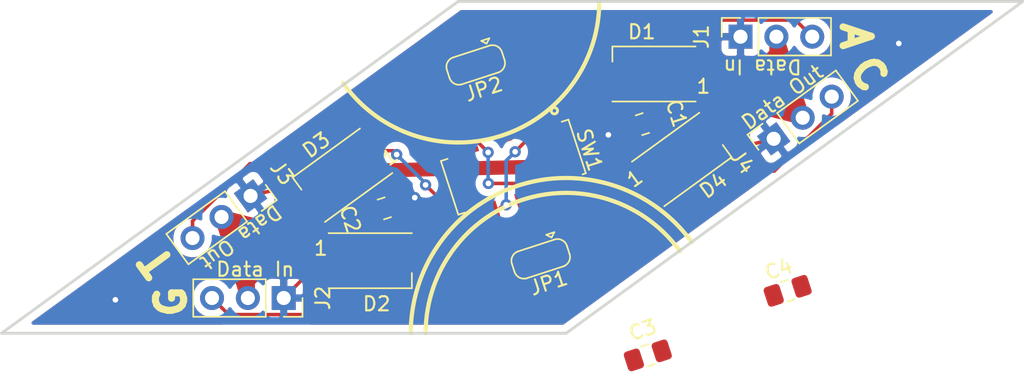
<source format=kicad_pcb>
(kicad_pcb (version 20171130) (host pcbnew 5.1.8)

  (general
    (thickness 1.6)
    (drawings 31)
    (tracks 84)
    (zones 0)
    (modules 15)
    (nets 11)
  )

  (page USLetter)
  (layers
    (0 F.Cu signal)
    (31 B.Cu signal)
    (32 B.Adhes user)
    (33 F.Adhes user)
    (34 B.Paste user)
    (35 F.Paste user)
    (36 B.SilkS user)
    (37 F.SilkS user)
    (38 B.Mask user)
    (39 F.Mask user)
    (40 Dwgs.User user)
    (41 Cmts.User user)
    (42 Eco1.User user)
    (43 Eco2.User user)
    (44 Edge.Cuts user)
    (45 Margin user)
    (46 B.CrtYd user)
    (47 F.CrtYd user)
    (48 B.Fab user)
    (49 F.Fab user hide)
  )

  (setup
    (last_trace_width 0.25)
    (trace_clearance 0.2)
    (zone_clearance 0.508)
    (zone_45_only no)
    (trace_min 0.2)
    (via_size 0.8)
    (via_drill 0.4)
    (via_min_size 0.4)
    (via_min_drill 0.3)
    (uvia_size 0.3)
    (uvia_drill 0.1)
    (uvias_allowed no)
    (uvia_min_size 0.2)
    (uvia_min_drill 0.1)
    (edge_width 0.05)
    (segment_width 0.2)
    (pcb_text_width 0.3)
    (pcb_text_size 1.5 1.5)
    (mod_edge_width 0.12)
    (mod_text_size 1 1)
    (mod_text_width 0.15)
    (pad_size 1.524 1.524)
    (pad_drill 1.1)
    (pad_to_mask_clearance 0)
    (aux_axis_origin 0 0)
    (visible_elements FFFFFF7F)
    (pcbplotparams
      (layerselection 0x010fc_ffffffff)
      (usegerberextensions false)
      (usegerberattributes true)
      (usegerberadvancedattributes true)
      (creategerberjobfile true)
      (excludeedgelayer true)
      (linewidth 0.100000)
      (plotframeref false)
      (viasonmask false)
      (mode 1)
      (useauxorigin false)
      (hpglpennumber 1)
      (hpglpenspeed 20)
      (hpglpendiameter 15.000000)
      (psnegative false)
      (psa4output false)
      (plotreference true)
      (plotvalue true)
      (plotinvisibletext false)
      (padsonsilk false)
      (subtractmaskfromsilk true)
      (outputformat 1)
      (mirror false)
      (drillshape 0)
      (scaleselection 1)
      (outputdirectory "Gerbers/Thin Rombus/"))
  )

  (net 0 "")
  (net 1 VCC)
  (net 2 GND)
  (net 3 "Net-(D1-Pad2)")
  (net 4 "Net-(D1-Pad4)")
  (net 5 "Net-(D2-Pad4)")
  (net 6 "Net-(D2-Pad2)")
  (net 7 "Net-(D3-Pad4)")
  (net 8 "Net-(D3-Pad2)")
  (net 9 "Net-(D4-Pad2)")
  (net 10 "Net-(D4-Pad4)")

  (net_class Default "This is the default net class."
    (clearance 0.2)
    (trace_width 0.25)
    (via_dia 0.8)
    (via_drill 0.4)
    (uvia_dia 0.3)
    (uvia_drill 0.1)
    (add_net GND)
    (add_net "Net-(D1-Pad2)")
    (add_net "Net-(D1-Pad4)")
    (add_net "Net-(D2-Pad2)")
    (add_net "Net-(D2-Pad4)")
    (add_net "Net-(D3-Pad2)")
    (add_net "Net-(D3-Pad4)")
    (add_net "Net-(D4-Pad2)")
    (add_net "Net-(D4-Pad4)")
  )

  (net_class Power ""
    (clearance 0.2)
    (trace_width 1)
    (via_dia 0.8)
    (via_drill 0.4)
    (uvia_dia 0.3)
    (uvia_drill 0.1)
    (add_net VCC)
  )

  (module Capacitor_SMD:C_0805_2012Metric_Pad1.18x1.45mm_HandSolder (layer F.Cu) (tedit 5F68FEEF) (tstamp 5FF8E64D)
    (at 164.592 86.614 18)
    (descr "Capacitor SMD 0805 (2012 Metric), square (rectangular) end terminal, IPC_7351 nominal with elongated pad for handsoldering. (Body size source: IPC-SM-782 page 76, https://www.pcb-3d.com/wordpress/wp-content/uploads/ipc-sm-782a_amendment_1_and_2.pdf, https://docs.google.com/spreadsheets/d/1BsfQQcO9C6DZCsRaXUlFlo91Tg2WpOkGARC1WS5S8t0/edit?usp=sharing), generated with kicad-footprint-generator")
    (tags "capacitor handsolder")
    (path /5FFC471D)
    (attr smd)
    (fp_text reference C3 (at 0.213381 -1.819148 198) (layer F.SilkS)
      (effects (font (size 1 1) (thickness 0.15)))
    )
    (fp_text value C (at 0 1.68 18) (layer F.Fab)
      (effects (font (size 1 1) (thickness 0.15)))
    )
    (fp_line (start 1.88 0.98) (end -1.88 0.98) (layer F.CrtYd) (width 0.05))
    (fp_line (start 1.88 -0.98) (end 1.88 0.98) (layer F.CrtYd) (width 0.05))
    (fp_line (start -1.88 -0.98) (end 1.88 -0.98) (layer F.CrtYd) (width 0.05))
    (fp_line (start -1.88 0.98) (end -1.88 -0.98) (layer F.CrtYd) (width 0.05))
    (fp_line (start -0.261252 0.735) (end 0.261252 0.735) (layer F.SilkS) (width 0.12))
    (fp_line (start -0.261252 -0.735) (end 0.261252 -0.735) (layer F.SilkS) (width 0.12))
    (fp_line (start 1 0.625) (end -1 0.625) (layer F.Fab) (width 0.1))
    (fp_line (start 1 -0.625) (end 1 0.625) (layer F.Fab) (width 0.1))
    (fp_line (start -1 -0.625) (end 1 -0.625) (layer F.Fab) (width 0.1))
    (fp_line (start -1 0.625) (end -1 -0.625) (layer F.Fab) (width 0.1))
    (fp_text user %R (at 0 0 18) (layer F.Fab)
      (effects (font (size 0.5 0.5) (thickness 0.08)))
    )
    (pad 2 smd roundrect (at 1.0375 0 18) (size 1.175 1.45) (layers F.Cu F.Paste F.Mask) (roundrect_rratio 0.212766)
      (net 1 VCC))
    (pad 1 smd roundrect (at -1.0375 0 18) (size 1.175 1.45) (layers F.Cu F.Paste F.Mask) (roundrect_rratio 0.212766)
      (net 2 GND))
    (model ${KISYS3DMOD}/Capacitor_SMD.3dshapes/C_0805_2012Metric.wrl
      (at (xyz 0 0 0))
      (scale (xyz 1 1 1))
      (rotate (xyz 0 0 0))
    )
  )

  (module Capacitor_SMD:C_0805_2012Metric_Pad1.18x1.45mm_HandSolder (layer F.Cu) (tedit 5F68FEEF) (tstamp 5FF8E65E)
    (at 174.498 82.042 18)
    (descr "Capacitor SMD 0805 (2012 Metric), square (rectangular) end terminal, IPC_7351 nominal with elongated pad for handsoldering. (Body size source: IPC-SM-782 page 76, https://www.pcb-3d.com/wordpress/wp-content/uploads/ipc-sm-782a_amendment_1_and_2.pdf, https://docs.google.com/spreadsheets/d/1BsfQQcO9C6DZCsRaXUlFlo91Tg2WpOkGARC1WS5S8t0/edit?usp=sharing), generated with kicad-footprint-generator")
    (tags "capacitor handsolder")
    (path /5FFC228C)
    (attr smd)
    (fp_text reference C4 (at -0.126092 -1.646178 198) (layer F.SilkS)
      (effects (font (size 1 1) (thickness 0.15)))
    )
    (fp_text value C (at 0 1.68 18) (layer F.Fab)
      (effects (font (size 1 1) (thickness 0.15)))
    )
    (fp_line (start -1 0.625) (end -1 -0.625) (layer F.Fab) (width 0.1))
    (fp_line (start -1 -0.625) (end 1 -0.625) (layer F.Fab) (width 0.1))
    (fp_line (start 1 -0.625) (end 1 0.625) (layer F.Fab) (width 0.1))
    (fp_line (start 1 0.625) (end -1 0.625) (layer F.Fab) (width 0.1))
    (fp_line (start -0.261252 -0.735) (end 0.261252 -0.735) (layer F.SilkS) (width 0.12))
    (fp_line (start -0.261252 0.735) (end 0.261252 0.735) (layer F.SilkS) (width 0.12))
    (fp_line (start -1.88 0.98) (end -1.88 -0.98) (layer F.CrtYd) (width 0.05))
    (fp_line (start -1.88 -0.98) (end 1.88 -0.98) (layer F.CrtYd) (width 0.05))
    (fp_line (start 1.88 -0.98) (end 1.88 0.98) (layer F.CrtYd) (width 0.05))
    (fp_line (start 1.88 0.98) (end -1.88 0.98) (layer F.CrtYd) (width 0.05))
    (fp_text user %R (at 0 0 18) (layer F.Fab)
      (effects (font (size 0.5 0.5) (thickness 0.08)))
    )
    (pad 1 smd roundrect (at -1.0375 0 18) (size 1.175 1.45) (layers F.Cu F.Paste F.Mask) (roundrect_rratio 0.212766)
      (net 2 GND))
    (pad 2 smd roundrect (at 1.0375 0 18) (size 1.175 1.45) (layers F.Cu F.Paste F.Mask) (roundrect_rratio 0.212766)
      (net 1 VCC))
    (model ${KISYS3DMOD}/Capacitor_SMD.3dshapes/C_0805_2012Metric.wrl
      (at (xyz 0 0 0))
      (scale (xyz 1 1 1))
      (rotate (xyz 0 0 0))
    )
  )

  (module Connector_PinSocket_2.54mm:PinSocket_1x03_P2.54mm_Vertical locked (layer F.Cu) (tedit 5A19A429) (tstamp 5FDB10B5)
    (at 136.448848 75.316838 306)
    (descr "Through hole straight socket strip, 1x03, 2.54mm pitch, single row (from Kicad 4.0.7), script generated")
    (tags "Through hole socket strip THT 1x03 2.54mm single row")
    (path /5FB0BC7F)
    (fp_text reference J3 (at 0 -2.77 126) (layer F.SilkS)
      (effects (font (size 1 1) (thickness 0.15)))
    )
    (fp_text value Conn_01x03_Male (at 0 7.85 126) (layer F.Fab)
      (effects (font (size 1 1) (thickness 0.15)))
    )
    (fp_line (start -1.27 -1.27) (end 0.635 -1.27) (layer F.Fab) (width 0.1))
    (fp_line (start 0.635 -1.27) (end 1.27 -0.635) (layer F.Fab) (width 0.1))
    (fp_line (start 1.27 -0.635) (end 1.27 6.35) (layer F.Fab) (width 0.1))
    (fp_line (start 1.27 6.35) (end -1.27 6.35) (layer F.Fab) (width 0.1))
    (fp_line (start -1.27 6.35) (end -1.27 -1.27) (layer F.Fab) (width 0.1))
    (fp_line (start -1.33 1.27) (end 1.33 1.27) (layer F.SilkS) (width 0.12))
    (fp_line (start -1.33 1.27) (end -1.33 6.41) (layer F.SilkS) (width 0.12))
    (fp_line (start -1.33 6.41) (end 1.33 6.41) (layer F.SilkS) (width 0.12))
    (fp_line (start 1.33 1.27) (end 1.33 6.41) (layer F.SilkS) (width 0.12))
    (fp_line (start 1.33 -1.33) (end 1.33 0) (layer F.SilkS) (width 0.12))
    (fp_line (start 0 -1.33) (end 1.33 -1.33) (layer F.SilkS) (width 0.12))
    (fp_line (start -1.8 -1.8) (end 1.75 -1.8) (layer F.CrtYd) (width 0.05))
    (fp_line (start 1.75 -1.8) (end 1.75 6.85) (layer F.CrtYd) (width 0.05))
    (fp_line (start 1.75 6.85) (end -1.8 6.85) (layer F.CrtYd) (width 0.05))
    (fp_line (start -1.8 6.85) (end -1.8 -1.8) (layer F.CrtYd) (width 0.05))
    (fp_text user %R (at 0 2.54 36) (layer F.Fab)
      (effects (font (size 1 1) (thickness 0.15)))
    )
    (pad 1 thru_hole rect (at 0 0 306) (size 1.7 1.7) (drill 1) (layers *.Cu *.Mask)
      (net 2 GND))
    (pad 2 thru_hole oval (at 0 2.54 306) (size 1.7 1.7) (drill 1) (layers *.Cu *.Mask)
      (net 1 VCC))
    (pad 3 thru_hole oval (at 0 5.08 306) (size 1.7 1.7) (drill 1) (layers *.Cu *.Mask)
      (net 7 "Net-(D3-Pad4)"))
    (model ${KISYS3DMOD}/Connector_PinSocket_2.54mm.3dshapes/PinSocket_1x03_P2.54mm_Vertical.wrl
      (at (xyz 0 0 0))
      (scale (xyz 1 1 1))
      (rotate (xyz 0 0 0))
    )
  )

  (module Capacitor_SMD:C_0805_2012Metric_Pad1.18x1.45mm_HandSolder (layer F.Cu) (tedit 5F68FEEF) (tstamp 5FDB1033)
    (at 164.211 70.231 18)
    (descr "Capacitor SMD 0805 (2012 Metric), square (rectangular) end terminal, IPC_7351 nominal with elongated pad for handsoldering. (Body size source: IPC-SM-782 page 76, https://www.pcb-3d.com/wordpress/wp-content/uploads/ipc-sm-782a_amendment_1_and_2.pdf, https://docs.google.com/spreadsheets/d/1BsfQQcO9C6DZCsRaXUlFlo91Tg2WpOkGARC1WS5S8t0/edit?usp=sharing), generated with kicad-footprint-generator")
    (tags "capacitor handsolder")
    (path /5FB205C8)
    (attr smd)
    (fp_text reference C1 (at 2.53037 0.020953 288) (layer F.SilkS)
      (effects (font (size 1 1) (thickness 0.15)))
    )
    (fp_text value C (at 0 1.68 18) (layer F.Fab)
      (effects (font (size 1 1) (thickness 0.15)))
    )
    (fp_line (start 1.88 0.98) (end -1.88 0.98) (layer F.CrtYd) (width 0.05))
    (fp_line (start 1.88 -0.98) (end 1.88 0.98) (layer F.CrtYd) (width 0.05))
    (fp_line (start -1.88 -0.98) (end 1.88 -0.98) (layer F.CrtYd) (width 0.05))
    (fp_line (start -1.88 0.98) (end -1.88 -0.98) (layer F.CrtYd) (width 0.05))
    (fp_line (start -0.261252 0.735) (end 0.261252 0.735) (layer F.SilkS) (width 0.12))
    (fp_line (start -0.261252 -0.735) (end 0.261252 -0.735) (layer F.SilkS) (width 0.12))
    (fp_line (start 1 0.625) (end -1 0.625) (layer F.Fab) (width 0.1))
    (fp_line (start 1 -0.625) (end 1 0.625) (layer F.Fab) (width 0.1))
    (fp_line (start -1 -0.625) (end 1 -0.625) (layer F.Fab) (width 0.1))
    (fp_line (start -1 0.625) (end -1 -0.625) (layer F.Fab) (width 0.1))
    (fp_text user %R (at 0 0 18) (layer F.Fab)
      (effects (font (size 0.5 0.5) (thickness 0.08)))
    )
    (pad 2 smd roundrect (at 1.0375 0 18) (size 1.175 1.45) (layers F.Cu F.Paste F.Mask) (roundrect_rratio 0.2127659574468085)
      (net 1 VCC))
    (pad 1 smd roundrect (at -1.0375 0 18) (size 1.175 1.45) (layers F.Cu F.Paste F.Mask) (roundrect_rratio 0.2127659574468085)
      (net 2 GND))
    (model ${KISYS3DMOD}/Capacitor_SMD.3dshapes/C_0805_2012Metric.wrl
      (at (xyz 0 0 0))
      (scale (xyz 1 1 1))
      (rotate (xyz 0 0 0))
    )
  )

  (module Capacitor_SMD:C_0805_2012Metric_Pad1.18x1.45mm_HandSolder (layer F.Cu) (tedit 5F68FEEF) (tstamp 5FDB1044)
    (at 145.923 76.2 198)
    (descr "Capacitor SMD 0805 (2012 Metric), square (rectangular) end terminal, IPC_7351 nominal with elongated pad for handsoldering. (Body size source: IPC-SM-782 page 76, https://www.pcb-3d.com/wordpress/wp-content/uploads/ipc-sm-782a_amendment_1_and_2.pdf, https://docs.google.com/spreadsheets/d/1BsfQQcO9C6DZCsRaXUlFlo91Tg2WpOkGARC1WS5S8t0/edit?usp=sharing), generated with kicad-footprint-generator")
    (tags "capacitor handsolder")
    (path /5FB1F44D)
    (attr smd)
    (fp_text reference C2 (at 2.53037 0.020953 288) (layer F.SilkS)
      (effects (font (size 1 1) (thickness 0.15)))
    )
    (fp_text value C (at 0 1.68 18) (layer F.Fab)
      (effects (font (size 1 1) (thickness 0.15)))
    )
    (fp_line (start -1 0.625) (end -1 -0.625) (layer F.Fab) (width 0.1))
    (fp_line (start -1 -0.625) (end 1 -0.625) (layer F.Fab) (width 0.1))
    (fp_line (start 1 -0.625) (end 1 0.625) (layer F.Fab) (width 0.1))
    (fp_line (start 1 0.625) (end -1 0.625) (layer F.Fab) (width 0.1))
    (fp_line (start -0.261252 -0.735) (end 0.261252 -0.735) (layer F.SilkS) (width 0.12))
    (fp_line (start -0.261252 0.735) (end 0.261252 0.735) (layer F.SilkS) (width 0.12))
    (fp_line (start -1.88 0.98) (end -1.88 -0.98) (layer F.CrtYd) (width 0.05))
    (fp_line (start -1.88 -0.98) (end 1.88 -0.98) (layer F.CrtYd) (width 0.05))
    (fp_line (start 1.88 -0.98) (end 1.88 0.98) (layer F.CrtYd) (width 0.05))
    (fp_line (start 1.88 0.98) (end -1.88 0.98) (layer F.CrtYd) (width 0.05))
    (fp_text user %R (at 0 0 18) (layer F.Fab)
      (effects (font (size 0.5 0.5) (thickness 0.08)))
    )
    (pad 1 smd roundrect (at -1.0375 0 198) (size 1.175 1.45) (layers F.Cu F.Paste F.Mask) (roundrect_rratio 0.2127659574468085)
      (net 2 GND))
    (pad 2 smd roundrect (at 1.0375 0 198) (size 1.175 1.45) (layers F.Cu F.Paste F.Mask) (roundrect_rratio 0.2127659574468085)
      (net 1 VCC))
    (model ${KISYS3DMOD}/Capacitor_SMD.3dshapes/C_0805_2012Metric.wrl
      (at (xyz 0 0 0))
      (scale (xyz 1 1 1))
      (rotate (xyz 0 0 0))
    )
  )

  (module Connector_PinSocket_2.54mm:PinSocket_1x03_P2.54mm_Vertical locked (layer F.Cu) (tedit 5A19A429) (tstamp 5FDB1087)
    (at 171.159724 64.03859 90)
    (descr "Through hole straight socket strip, 1x03, 2.54mm pitch, single row (from Kicad 4.0.7), script generated")
    (tags "Through hole socket strip THT 1x03 2.54mm single row")
    (path /5FB0A86D)
    (fp_text reference J1 (at 0 -2.77 90) (layer F.SilkS)
      (effects (font (size 1 1) (thickness 0.15)))
    )
    (fp_text value Conn_01x03_Female (at 0 7.85 90) (layer F.Fab)
      (effects (font (size 1 1) (thickness 0.15)))
    )
    (fp_line (start -1.8 6.85) (end -1.8 -1.8) (layer F.CrtYd) (width 0.05))
    (fp_line (start 1.75 6.85) (end -1.8 6.85) (layer F.CrtYd) (width 0.05))
    (fp_line (start 1.75 -1.8) (end 1.75 6.85) (layer F.CrtYd) (width 0.05))
    (fp_line (start -1.8 -1.8) (end 1.75 -1.8) (layer F.CrtYd) (width 0.05))
    (fp_line (start 0 -1.33) (end 1.33 -1.33) (layer F.SilkS) (width 0.12))
    (fp_line (start 1.33 -1.33) (end 1.33 0) (layer F.SilkS) (width 0.12))
    (fp_line (start 1.33 1.27) (end 1.33 6.41) (layer F.SilkS) (width 0.12))
    (fp_line (start -1.33 6.41) (end 1.33 6.41) (layer F.SilkS) (width 0.12))
    (fp_line (start -1.33 1.27) (end -1.33 6.41) (layer F.SilkS) (width 0.12))
    (fp_line (start -1.33 1.27) (end 1.33 1.27) (layer F.SilkS) (width 0.12))
    (fp_line (start -1.27 6.35) (end -1.27 -1.27) (layer F.Fab) (width 0.1))
    (fp_line (start 1.27 6.35) (end -1.27 6.35) (layer F.Fab) (width 0.1))
    (fp_line (start 1.27 -0.635) (end 1.27 6.35) (layer F.Fab) (width 0.1))
    (fp_line (start 0.635 -1.27) (end 1.27 -0.635) (layer F.Fab) (width 0.1))
    (fp_line (start -1.27 -1.27) (end 0.635 -1.27) (layer F.Fab) (width 0.1))
    (fp_text user %R (at 0 2.54) (layer F.Fab)
      (effects (font (size 1 1) (thickness 0.15)))
    )
    (pad 3 thru_hole oval (at 0 5.08 90) (size 1.7 1.7) (drill 1) (layers *.Cu *.Mask)
      (net 3 "Net-(D1-Pad2)"))
    (pad 2 thru_hole oval (at 0 2.54 90) (size 1.7 1.7) (drill 1) (layers *.Cu *.Mask)
      (net 1 VCC))
    (pad 1 thru_hole rect (at 0 0 90) (size 1.7 1.7) (drill 1) (layers *.Cu *.Mask)
      (net 2 GND))
    (model ${KISYS3DMOD}/Connector_PinSocket_2.54mm.3dshapes/PinSocket_1x03_P2.54mm_Vertical.wrl
      (at (xyz 0 0 0))
      (scale (xyz 1 1 1))
      (rotate (xyz 0 0 0))
    )
  )

  (module Connector_PinSocket_2.54mm:PinSocket_1x03_P2.54mm_Vertical locked (layer F.Cu) (tedit 5A19A429) (tstamp 5FDB109E)
    (at 138.799045 82.55 270)
    (descr "Through hole straight socket strip, 1x03, 2.54mm pitch, single row (from Kicad 4.0.7), script generated")
    (tags "Through hole socket strip THT 1x03 2.54mm single row")
    (path /5FB08EB1)
    (fp_text reference J2 (at 0 -2.77 90) (layer F.SilkS)
      (effects (font (size 1 1) (thickness 0.15)))
    )
    (fp_text value Conn_01x03_Female (at 0 7.85 90) (layer F.Fab)
      (effects (font (size 1 1) (thickness 0.15)))
    )
    (fp_line (start -1.27 -1.27) (end 0.635 -1.27) (layer F.Fab) (width 0.1))
    (fp_line (start 0.635 -1.27) (end 1.27 -0.635) (layer F.Fab) (width 0.1))
    (fp_line (start 1.27 -0.635) (end 1.27 6.35) (layer F.Fab) (width 0.1))
    (fp_line (start 1.27 6.35) (end -1.27 6.35) (layer F.Fab) (width 0.1))
    (fp_line (start -1.27 6.35) (end -1.27 -1.27) (layer F.Fab) (width 0.1))
    (fp_line (start -1.33 1.27) (end 1.33 1.27) (layer F.SilkS) (width 0.12))
    (fp_line (start -1.33 1.27) (end -1.33 6.41) (layer F.SilkS) (width 0.12))
    (fp_line (start -1.33 6.41) (end 1.33 6.41) (layer F.SilkS) (width 0.12))
    (fp_line (start 1.33 1.27) (end 1.33 6.41) (layer F.SilkS) (width 0.12))
    (fp_line (start 1.33 -1.33) (end 1.33 0) (layer F.SilkS) (width 0.12))
    (fp_line (start 0 -1.33) (end 1.33 -1.33) (layer F.SilkS) (width 0.12))
    (fp_line (start -1.8 -1.8) (end 1.75 -1.8) (layer F.CrtYd) (width 0.05))
    (fp_line (start 1.75 -1.8) (end 1.75 6.85) (layer F.CrtYd) (width 0.05))
    (fp_line (start 1.75 6.85) (end -1.8 6.85) (layer F.CrtYd) (width 0.05))
    (fp_line (start -1.8 6.85) (end -1.8 -1.8) (layer F.CrtYd) (width 0.05))
    (fp_text user %R (at 0 2.54 90) (layer F.Fab)
      (effects (font (size 1 1) (thickness 0.15)))
    )
    (pad 1 thru_hole rect (at 0 0 270) (size 1.7 1.7) (drill 1) (layers *.Cu *.Mask)
      (net 2 GND))
    (pad 2 thru_hole oval (at 0 2.54 270) (size 1.7 1.7) (drill 1) (layers *.Cu *.Mask)
      (net 1 VCC))
    (pad 3 thru_hole oval (at 0 5.08 270) (size 1.7 1.7) (drill 1) (layers *.Cu *.Mask)
      (net 6 "Net-(D2-Pad2)"))
    (model ${KISYS3DMOD}/Connector_PinSocket_2.54mm.3dshapes/PinSocket_1x03_P2.54mm_Vertical.wrl
      (at (xyz 0 0 0))
      (scale (xyz 1 1 1))
      (rotate (xyz 0 0 0))
    )
  )

  (module Connector_PinSocket_2.54mm:PinSocket_1x03_P2.54mm_Vertical locked (layer F.Cu) (tedit 5A19A429) (tstamp 5FE0BC9F)
    (at 173.509921 71.271753 126)
    (descr "Through hole straight socket strip, 1x03, 2.54mm pitch, single row (from Kicad 4.0.7), script generated")
    (tags "Through hole socket strip THT 1x03 2.54mm single row")
    (path /5FB0D045)
    (fp_text reference J4 (at 0 -2.77 126) (layer F.SilkS)
      (effects (font (size 1 1) (thickness 0.15)))
    )
    (fp_text value Conn_01x03_Male (at 0 7.85 126) (layer F.Fab)
      (effects (font (size 1 1) (thickness 0.15)))
    )
    (fp_line (start -1.8 6.85) (end -1.8 -1.8) (layer F.CrtYd) (width 0.05))
    (fp_line (start 1.75 6.85) (end -1.8 6.85) (layer F.CrtYd) (width 0.05))
    (fp_line (start 1.75 -1.8) (end 1.75 6.85) (layer F.CrtYd) (width 0.05))
    (fp_line (start -1.8 -1.8) (end 1.75 -1.8) (layer F.CrtYd) (width 0.05))
    (fp_line (start 0 -1.33) (end 1.33 -1.33) (layer F.SilkS) (width 0.12))
    (fp_line (start 1.33 -1.33) (end 1.33 0) (layer F.SilkS) (width 0.12))
    (fp_line (start 1.33 1.27) (end 1.33 6.41) (layer F.SilkS) (width 0.12))
    (fp_line (start -1.33 6.41) (end 1.33 6.41) (layer F.SilkS) (width 0.12))
    (fp_line (start -1.33 1.27) (end -1.33 6.41) (layer F.SilkS) (width 0.12))
    (fp_line (start -1.33 1.27) (end 1.33 1.27) (layer F.SilkS) (width 0.12))
    (fp_line (start -1.27 6.35) (end -1.27 -1.27) (layer F.Fab) (width 0.1))
    (fp_line (start 1.27 6.35) (end -1.27 6.35) (layer F.Fab) (width 0.1))
    (fp_line (start 1.27 -0.635) (end 1.27 6.35) (layer F.Fab) (width 0.1))
    (fp_line (start 0.635 -1.27) (end 1.27 -0.635) (layer F.Fab) (width 0.1))
    (fp_line (start -1.27 -1.27) (end 0.635 -1.27) (layer F.Fab) (width 0.1))
    (fp_text user %R (at 0 2.54 36) (layer F.Fab)
      (effects (font (size 1 1) (thickness 0.15)))
    )
    (pad 3 thru_hole oval (at 0 5.08 126) (size 1.7 1.7) (drill 1) (layers *.Cu *.Mask)
      (net 10 "Net-(D4-Pad4)"))
    (pad 2 thru_hole oval (at 0 2.54 126) (size 1.7 1.7) (drill 1) (layers *.Cu *.Mask)
      (net 1 VCC))
    (pad 1 thru_hole rect (at 0 0 126) (size 1.7 1.7) (drill 1) (layers *.Cu *.Mask)
      (net 2 GND))
    (model ${KISYS3DMOD}/Connector_PinSocket_2.54mm.3dshapes/PinSocket_1x03_P2.54mm_Vertical.wrl
      (at (xyz 0 0 0))
      (scale (xyz 1 1 1))
      (rotate (xyz 0 0 0))
    )
  )

  (module Jumper:SolderJumper-3_P1.3mm_Open_RoundedPad1.0x1.5mm (layer F.Cu) (tedit 5B391EB7) (tstamp 5FDB10E2)
    (at 157.005627 79.776722 198)
    (descr "SMD Solder 3-pad Jumper, 1x1.5mm rounded Pads, 0.3mm gap, open")
    (tags "solder jumper open")
    (path /5FD98966)
    (attr virtual)
    (fp_text reference JP1 (at 0 -1.8 18) (layer F.SilkS)
      (effects (font (size 1 1) (thickness 0.15)))
    )
    (fp_text value SolderJumper_3_Open (at 0 1.9 18) (layer F.Fab)
      (effects (font (size 1 1) (thickness 0.15)))
    )
    (fp_line (start 2.3 1.25) (end -2.3 1.25) (layer F.CrtYd) (width 0.05))
    (fp_line (start 2.3 1.25) (end 2.3 -1.25) (layer F.CrtYd) (width 0.05))
    (fp_line (start -2.3 -1.25) (end -2.3 1.25) (layer F.CrtYd) (width 0.05))
    (fp_line (start -2.3 -1.25) (end 2.3 -1.25) (layer F.CrtYd) (width 0.05))
    (fp_line (start -1.4 -1) (end 1.4 -1) (layer F.SilkS) (width 0.12))
    (fp_line (start 2.05 -0.3) (end 2.05 0.3) (layer F.SilkS) (width 0.12))
    (fp_line (start 1.4 1) (end -1.4 1) (layer F.SilkS) (width 0.12))
    (fp_line (start -2.05 0.3) (end -2.05 -0.3) (layer F.SilkS) (width 0.12))
    (fp_line (start -1.2 1.2) (end -1.5 1.5) (layer F.SilkS) (width 0.12))
    (fp_line (start -1.5 1.5) (end -0.9 1.5) (layer F.SilkS) (width 0.12))
    (fp_line (start -1.2 1.2) (end -0.9 1.5) (layer F.SilkS) (width 0.12))
    (fp_arc (start -1.35 -0.3) (end -1.35 -1) (angle -90) (layer F.SilkS) (width 0.12))
    (fp_arc (start -1.35 0.3) (end -2.05 0.3) (angle -90) (layer F.SilkS) (width 0.12))
    (fp_arc (start 1.35 0.3) (end 1.35 1) (angle -90) (layer F.SilkS) (width 0.12))
    (fp_arc (start 1.35 -0.3) (end 2.05 -0.3) (angle -90) (layer F.SilkS) (width 0.12))
    (pad 2 smd rect (at 0 0 198) (size 1 1.5) (layers F.Cu F.Mask)
      (net 5 "Net-(D2-Pad4)"))
    (pad 3 smd custom (at 1.3 0 198) (size 1 0.5) (layers F.Cu F.Mask)
      (net 8 "Net-(D3-Pad2)") (zone_connect 2)
      (options (clearance outline) (anchor rect))
      (primitives
        (gr_circle (center 0 0.25) (end 0.5 0.25) (width 0))
        (gr_circle (center 0 -0.25) (end 0.5 -0.25) (width 0))
        (gr_poly (pts
           (xy -0.55 -0.75) (xy 0 -0.75) (xy 0 0.75) (xy -0.55 0.75)) (width 0))
      ))
    (pad 1 smd custom (at -1.3 0 198) (size 1 0.5) (layers F.Cu F.Mask)
      (net 9 "Net-(D4-Pad2)") (zone_connect 2)
      (options (clearance outline) (anchor rect))
      (primitives
        (gr_circle (center 0 0.25) (end 0.5 0.25) (width 0))
        (gr_circle (center 0 -0.25) (end 0.5 -0.25) (width 0))
        (gr_poly (pts
           (xy 0.55 -0.75) (xy 0 -0.75) (xy 0 0.75) (xy 0.55 0.75)) (width 0))
      ))
  )

  (module Jumper:SolderJumper-3_P1.3mm_Open_RoundedPad1.0x1.5mm (layer F.Cu) (tedit 5B391EB7) (tstamp 5FDB10F8)
    (at 152.4 66.04 198)
    (descr "SMD Solder 3-pad Jumper, 1x1.5mm rounded Pads, 0.3mm gap, open")
    (tags "solder jumper open")
    (path /5FD93041)
    (attr virtual)
    (fp_text reference JP2 (at 0 -1.8 18) (layer F.SilkS)
      (effects (font (size 1 1) (thickness 0.15)))
    )
    (fp_text value SolderJumper_3_Open (at 0 1.9 18) (layer F.Fab)
      (effects (font (size 1 1) (thickness 0.15)))
    )
    (fp_line (start -1.2 1.2) (end -0.9 1.5) (layer F.SilkS) (width 0.12))
    (fp_line (start -1.5 1.5) (end -0.9 1.5) (layer F.SilkS) (width 0.12))
    (fp_line (start -1.2 1.2) (end -1.5 1.5) (layer F.SilkS) (width 0.12))
    (fp_line (start -2.05 0.3) (end -2.05 -0.3) (layer F.SilkS) (width 0.12))
    (fp_line (start 1.4 1) (end -1.4 1) (layer F.SilkS) (width 0.12))
    (fp_line (start 2.05 -0.3) (end 2.05 0.3) (layer F.SilkS) (width 0.12))
    (fp_line (start -1.4 -1) (end 1.4 -1) (layer F.SilkS) (width 0.12))
    (fp_line (start -2.3 -1.25) (end 2.3 -1.25) (layer F.CrtYd) (width 0.05))
    (fp_line (start -2.3 -1.25) (end -2.3 1.25) (layer F.CrtYd) (width 0.05))
    (fp_line (start 2.3 1.25) (end 2.3 -1.25) (layer F.CrtYd) (width 0.05))
    (fp_line (start 2.3 1.25) (end -2.3 1.25) (layer F.CrtYd) (width 0.05))
    (fp_arc (start 1.35 -0.3) (end 2.05 -0.3) (angle -90) (layer F.SilkS) (width 0.12))
    (fp_arc (start 1.35 0.3) (end 1.35 1) (angle -90) (layer F.SilkS) (width 0.12))
    (fp_arc (start -1.35 0.3) (end -2.05 0.3) (angle -90) (layer F.SilkS) (width 0.12))
    (fp_arc (start -1.35 -0.3) (end -1.35 -1) (angle -90) (layer F.SilkS) (width 0.12))
    (pad 1 smd custom (at -1.3 0 198) (size 1 0.5) (layers F.Cu F.Mask)
      (net 8 "Net-(D3-Pad2)") (zone_connect 2)
      (options (clearance outline) (anchor rect))
      (primitives
        (gr_circle (center 0 0.25) (end 0.5 0.25) (width 0))
        (gr_circle (center 0 -0.25) (end 0.5 -0.25) (width 0))
        (gr_poly (pts
           (xy 0.55 -0.75) (xy 0 -0.75) (xy 0 0.75) (xy 0.55 0.75)) (width 0))
      ))
    (pad 3 smd custom (at 1.3 0 198) (size 1 0.5) (layers F.Cu F.Mask)
      (net 9 "Net-(D4-Pad2)") (zone_connect 2)
      (options (clearance outline) (anchor rect))
      (primitives
        (gr_circle (center 0 0.25) (end 0.5 0.25) (width 0))
        (gr_circle (center 0 -0.25) (end 0.5 -0.25) (width 0))
        (gr_poly (pts
           (xy -0.55 -0.75) (xy 0 -0.75) (xy 0 0.75) (xy -0.55 0.75)) (width 0))
      ))
    (pad 2 smd rect (at 0 0 198) (size 1 1.5) (layers F.Cu F.Mask)
      (net 4 "Net-(D1-Pad4)"))
  )

  (module penroserombus:Aliexpress_slideswitch_2P2T (layer F.Cu) (tedit 5FDE379E) (tstamp 5FDE39F8)
    (at 155.067 73.279 288)
    (path /5FB57982)
    (fp_text reference SW1 (at 0.5 -5.5 108) (layer F.SilkS)
      (effects (font (size 1 1) (thickness 0.15)))
    )
    (fp_text value SW_DPDT_x2 (at 0 -7.62 108) (layer F.Fab)
      (effects (font (size 1 1) (thickness 0.15)))
    )
    (fp_line (start 1.775 4.525) (end -1.775 4.525) (layer F.Fab) (width 0.12))
    (fp_line (start -1.775 4.525) (end -1.775 -4.525) (layer F.Fab) (width 0.12))
    (fp_line (start -1.775 -4.525) (end 1.775 -4.525) (layer F.Fab) (width 0.12))
    (fp_line (start 1.775 -4.525) (end 1.775 4.525) (layer F.Fab) (width 0.12))
    (fp_line (start -2 -4.25) (end -2 -4.75) (layer F.SilkS) (width 0.12))
    (fp_line (start -2 -4.75) (end -1.5 -4.75) (layer F.SilkS) (width 0.12))
    (fp_line (start -1.5 -4.75) (end 2 -4.75) (layer F.SilkS) (width 0.12))
    (fp_line (start 2 -4.75) (end 2 -4.5) (layer F.SilkS) (width 0.12))
    (fp_line (start -2 4.25) (end -2 4.75) (layer F.SilkS) (width 0.12))
    (fp_line (start -2 4.75) (end 2 4.75) (layer F.SilkS) (width 0.12))
    (fp_line (start 2 4.75) (end 2 4.25) (layer F.SilkS) (width 0.12))
    (fp_circle (center -2.9 -4) (end -2.676393 -4) (layer F.SilkS) (width 0.2))
    (pad 1 smd rect (at -2.825 -2.5 288) (size 1.95 1.1) (layers F.Cu F.Paste F.Mask)
      (net 8 "Net-(D3-Pad2)"))
    (pad 2 smd rect (at -2.825 0 288) (size 1.95 1.1) (layers F.Cu F.Paste F.Mask)
      (net 4 "Net-(D1-Pad4)"))
    (pad 3 smd rect (at -2.825 2.5 288) (size 1.95 1.1) (layers F.Cu F.Paste F.Mask)
      (net 9 "Net-(D4-Pad2)"))
    (pad 4 smd rect (at 2.825 -2.5 288) (size 1.95 1.1) (layers F.Cu F.Paste F.Mask)
      (net 9 "Net-(D4-Pad2)"))
    (pad 5 smd rect (at 2.825 0 288) (size 1.95 1.1) (layers F.Cu F.Paste F.Mask)
      (net 5 "Net-(D2-Pad4)"))
    (pad 6 smd rect (at 2.825 2.5 288) (size 1.95 1.1) (layers F.Cu F.Paste F.Mask)
      (net 8 "Net-(D3-Pad2)"))
    (model "${KIPRJMOD}/MSS22D18 Switch v3.step"
      (at (xyz 0 0 0))
      (scale (xyz 1 1 1))
      (rotate (xyz -90 0 90))
    )
  )

  (module LED_SMD:LED_SK6812MINI_PLCC4_3.5x3.5mm_P1.75mm (layer F.Cu) (tedit 5AA4B22F) (tstamp 5FF9F3A9)
    (at 165.031369 66.680891 180)
    (descr https://cdn-shop.adafruit.com/product-files/2686/SK6812MINI_REV.01-1-2.pdf)
    (tags "LED RGB NeoPixel Mini")
    (path /5FFB3F2A)
    (attr smd)
    (fp_text reference D1 (at 0.872656 2.982822) (layer F.SilkS)
      (effects (font (size 1 1) (thickness 0.15)))
    )
    (fp_text value SK6812 (at 0 3.25) (layer F.Fab)
      (effects (font (size 1 1) (thickness 0.15)))
    )
    (fp_line (start 2.8 -2) (end -2.8 -2) (layer F.CrtYd) (width 0.05))
    (fp_line (start 2.8 2) (end 2.8 -2) (layer F.CrtYd) (width 0.05))
    (fp_line (start -2.8 2) (end 2.8 2) (layer F.CrtYd) (width 0.05))
    (fp_line (start -2.8 -2) (end -2.8 2) (layer F.CrtYd) (width 0.05))
    (fp_line (start 1.75 0.75) (end 0.75 1.75) (layer F.Fab) (width 0.1))
    (fp_line (start -1.75 -1.75) (end -1.75 1.75) (layer F.Fab) (width 0.1))
    (fp_line (start -1.75 1.75) (end 1.75 1.75) (layer F.Fab) (width 0.1))
    (fp_line (start 1.75 1.75) (end 1.75 -1.75) (layer F.Fab) (width 0.1))
    (fp_line (start 1.75 -1.75) (end -1.75 -1.75) (layer F.Fab) (width 0.1))
    (fp_line (start -2.95 -1.95) (end 2.95 -1.95) (layer F.SilkS) (width 0.12))
    (fp_line (start -2.95 1.95) (end 2.95 1.95) (layer F.SilkS) (width 0.12))
    (fp_line (start 2.95 1.95) (end 2.95 0.875) (layer F.SilkS) (width 0.12))
    (fp_circle (center 0 0) (end 0 -1.5) (layer F.Fab) (width 0.1))
    (fp_text user %R (at 0 0) (layer F.Fab)
      (effects (font (size 0.5 0.5) (thickness 0.1)))
    )
    (fp_text user 1 (at -3.5 -0.875) (layer F.SilkS)
      (effects (font (size 1 1) (thickness 0.15)))
    )
    (pad 1 smd rect (at -1.75 -0.875 180) (size 1.6 0.85) (layers F.Cu F.Paste F.Mask)
      (net 1 VCC))
    (pad 2 smd rect (at -1.75 0.875 180) (size 1.6 0.85) (layers F.Cu F.Paste F.Mask)
      (net 3 "Net-(D1-Pad2)"))
    (pad 4 smd rect (at 1.75 -0.875 180) (size 1.6 0.85) (layers F.Cu F.Paste F.Mask)
      (net 4 "Net-(D1-Pad4)"))
    (pad 3 smd rect (at 1.75 0.875 180) (size 1.6 0.85) (layers F.Cu F.Paste F.Mask)
      (net 2 GND))
    (model ${KISYS3DMOD}/LED_SMD.3dshapes/LED_SK6812MINI_PLCC4_3.5x3.5mm_P1.75mm.wrl
      (at (xyz 0 0 0))
      (scale (xyz 1 1 1))
      (rotate (xyz 0 0 0))
    )
  )

  (module LED_SMD:LED_SK6812MINI_PLCC4_3.5x3.5mm_P1.75mm (layer F.Cu) (tedit 5AA4B22F) (tstamp 5FF9F3BF)
    (at 144.9274 79.9077)
    (descr https://cdn-shop.adafruit.com/product-files/2686/SK6812MINI_REV.01-1-2.pdf)
    (tags "LED RGB NeoPixel Mini")
    (path /5FFB3291)
    (attr smd)
    (fp_text reference D2 (at 0.453464 3.059154) (layer F.SilkS)
      (effects (font (size 1 1) (thickness 0.15)))
    )
    (fp_text value SK6812 (at 0 3.25) (layer F.Fab)
      (effects (font (size 1 1) (thickness 0.15)))
    )
    (fp_circle (center 0 0) (end 0 -1.5) (layer F.Fab) (width 0.1))
    (fp_line (start 2.95 1.95) (end 2.95 0.875) (layer F.SilkS) (width 0.12))
    (fp_line (start -2.95 1.95) (end 2.95 1.95) (layer F.SilkS) (width 0.12))
    (fp_line (start -2.95 -1.95) (end 2.95 -1.95) (layer F.SilkS) (width 0.12))
    (fp_line (start 1.75 -1.75) (end -1.75 -1.75) (layer F.Fab) (width 0.1))
    (fp_line (start 1.75 1.75) (end 1.75 -1.75) (layer F.Fab) (width 0.1))
    (fp_line (start -1.75 1.75) (end 1.75 1.75) (layer F.Fab) (width 0.1))
    (fp_line (start -1.75 -1.75) (end -1.75 1.75) (layer F.Fab) (width 0.1))
    (fp_line (start 1.75 0.75) (end 0.75 1.75) (layer F.Fab) (width 0.1))
    (fp_line (start -2.8 -2) (end -2.8 2) (layer F.CrtYd) (width 0.05))
    (fp_line (start -2.8 2) (end 2.8 2) (layer F.CrtYd) (width 0.05))
    (fp_line (start 2.8 2) (end 2.8 -2) (layer F.CrtYd) (width 0.05))
    (fp_line (start 2.8 -2) (end -2.8 -2) (layer F.CrtYd) (width 0.05))
    (fp_text user 1 (at -3.5 -0.875) (layer F.SilkS)
      (effects (font (size 1 1) (thickness 0.15)))
    )
    (fp_text user %R (at 0 0) (layer F.Fab)
      (effects (font (size 0.5 0.5) (thickness 0.1)))
    )
    (pad 3 smd rect (at 1.75 0.875) (size 1.6 0.85) (layers F.Cu F.Paste F.Mask)
      (net 2 GND))
    (pad 4 smd rect (at 1.75 -0.875) (size 1.6 0.85) (layers F.Cu F.Paste F.Mask)
      (net 5 "Net-(D2-Pad4)"))
    (pad 2 smd rect (at -1.75 0.875) (size 1.6 0.85) (layers F.Cu F.Paste F.Mask)
      (net 6 "Net-(D2-Pad2)"))
    (pad 1 smd rect (at -1.75 -0.875) (size 1.6 0.85) (layers F.Cu F.Paste F.Mask)
      (net 1 VCC))
    (model ${KISYS3DMOD}/LED_SMD.3dshapes/LED_SK6812MINI_PLCC4_3.5x3.5mm_P1.75mm.wrl
      (at (xyz 0 0 0))
      (scale (xyz 1 1 1))
      (rotate (xyz 0 0 0))
    )
  )

  (module LED_SMD:LED_SK6812MINI_PLCC4_3.5x3.5mm_P1.75mm (layer F.Cu) (tedit 5AA4B22F) (tstamp 5FF9F3D5)
    (at 142.959897 73.852346 216)
    (descr https://cdn-shop.adafruit.com/product-files/2686/SK6812MINI_REV.01-1-2.pdf)
    (tags "LED RGB NeoPixel Mini")
    (path /5FB004B1)
    (attr smd)
    (fp_text reference D3 (at 0.241919 2.818027 36) (layer F.SilkS)
      (effects (font (size 1 1) (thickness 0.15)))
    )
    (fp_text value SK6812 (at 0 3.25 36) (layer F.Fab)
      (effects (font (size 1 1) (thickness 0.15)))
    )
    (fp_line (start 2.8 -2) (end -2.8 -2) (layer F.CrtYd) (width 0.05))
    (fp_line (start 2.8 2) (end 2.8 -2) (layer F.CrtYd) (width 0.05))
    (fp_line (start -2.8 2) (end 2.8 2) (layer F.CrtYd) (width 0.05))
    (fp_line (start -2.8 -2) (end -2.8 2) (layer F.CrtYd) (width 0.05))
    (fp_line (start 1.75 0.75) (end 0.75 1.75) (layer F.Fab) (width 0.1))
    (fp_line (start -1.75 -1.75) (end -1.75 1.75) (layer F.Fab) (width 0.1))
    (fp_line (start -1.75 1.75) (end 1.75 1.75) (layer F.Fab) (width 0.1))
    (fp_line (start 1.75 1.75) (end 1.75 -1.75) (layer F.Fab) (width 0.1))
    (fp_line (start 1.75 -1.75) (end -1.75 -1.75) (layer F.Fab) (width 0.1))
    (fp_line (start -2.95 -1.95) (end 2.95 -1.95) (layer F.SilkS) (width 0.12))
    (fp_line (start -2.95 1.95) (end 2.95 1.95) (layer F.SilkS) (width 0.12))
    (fp_line (start 2.95 1.95) (end 2.95 0.875) (layer F.SilkS) (width 0.12))
    (fp_circle (center 0 0) (end 0 -1.5) (layer F.Fab) (width 0.1))
    (fp_text user %R (at 0 0 36) (layer F.Fab)
      (effects (font (size 0.5 0.5) (thickness 0.1)))
    )
    (fp_text user 1 (at -3.481437 -0.928943 36) (layer F.SilkS)
      (effects (font (size 1 1) (thickness 0.15)))
    )
    (pad 1 smd rect (at -1.75 -0.875 216) (size 1.6 0.85) (layers F.Cu F.Paste F.Mask)
      (net 1 VCC))
    (pad 2 smd rect (at -1.75 0.875 216) (size 1.6 0.85) (layers F.Cu F.Paste F.Mask)
      (net 8 "Net-(D3-Pad2)"))
    (pad 4 smd rect (at 1.75 -0.875 216) (size 1.6 0.85) (layers F.Cu F.Paste F.Mask)
      (net 7 "Net-(D3-Pad4)"))
    (pad 3 smd rect (at 1.75 0.875 216) (size 1.6 0.85) (layers F.Cu F.Paste F.Mask)
      (net 2 GND))
    (model ${KISYS3DMOD}/LED_SMD.3dshapes/LED_SK6812MINI_PLCC4_3.5x3.5mm_P1.75mm.wrl
      (at (xyz 0 0 0))
      (scale (xyz 1 1 1))
      (rotate (xyz 0 0 0))
    )
  )

  (module LED_SMD:LED_SK6812MINI_PLCC4_3.5x3.5mm_P1.75mm (layer F.Cu) (tedit 5AA4B22F) (tstamp 5FF9F3EB)
    (at 166.998872 72.736244 36)
    (descr https://cdn-shop.adafruit.com/product-files/2686/SK6812MINI_REV.01-1-2.pdf)
    (tags "LED RGB NeoPixel Mini")
    (path /5FB01459)
    (attr smd)
    (fp_text reference D4 (at 0.723899 2.805942 36) (layer F.SilkS)
      (effects (font (size 1 1) (thickness 0.15)))
    )
    (fp_text value SK6812 (at 0 3.25 36) (layer F.Fab)
      (effects (font (size 1 1) (thickness 0.15)))
    )
    (fp_circle (center 0 0) (end 0 -1.5) (layer F.Fab) (width 0.1))
    (fp_line (start 2.95 1.95) (end 2.95 0.875) (layer F.SilkS) (width 0.12))
    (fp_line (start -2.95 1.95) (end 2.95 1.95) (layer F.SilkS) (width 0.12))
    (fp_line (start -2.95 -1.95) (end 2.95 -1.95) (layer F.SilkS) (width 0.12))
    (fp_line (start 1.75 -1.75) (end -1.75 -1.75) (layer F.Fab) (width 0.1))
    (fp_line (start 1.75 1.75) (end 1.75 -1.75) (layer F.Fab) (width 0.1))
    (fp_line (start -1.75 1.75) (end 1.75 1.75) (layer F.Fab) (width 0.1))
    (fp_line (start -1.75 -1.75) (end -1.75 1.75) (layer F.Fab) (width 0.1))
    (fp_line (start 1.75 0.75) (end 0.75 1.75) (layer F.Fab) (width 0.1))
    (fp_line (start -2.8 -2) (end -2.8 2) (layer F.CrtYd) (width 0.05))
    (fp_line (start -2.8 2) (end 2.8 2) (layer F.CrtYd) (width 0.05))
    (fp_line (start 2.8 2) (end 2.8 -2) (layer F.CrtYd) (width 0.05))
    (fp_line (start 2.8 -2) (end -2.8 -2) (layer F.CrtYd) (width 0.05))
    (fp_text user 1 (at -3.5 -0.875 36) (layer F.SilkS)
      (effects (font (size 1 1) (thickness 0.15)))
    )
    (fp_text user %R (at 0 0 36) (layer F.Fab)
      (effects (font (size 0.5 0.5) (thickness 0.1)))
    )
    (pad 3 smd rect (at 1.75 0.875 36) (size 1.6 0.85) (layers F.Cu F.Paste F.Mask)
      (net 2 GND))
    (pad 4 smd rect (at 1.75 -0.875 36) (size 1.6 0.85) (layers F.Cu F.Paste F.Mask)
      (net 10 "Net-(D4-Pad4)"))
    (pad 2 smd rect (at -1.75 0.875 36) (size 1.6 0.85) (layers F.Cu F.Paste F.Mask)
      (net 9 "Net-(D4-Pad2)"))
    (pad 1 smd rect (at -1.75 -0.875 36) (size 1.6 0.85) (layers F.Cu F.Paste F.Mask)
      (net 1 VCC))
    (model ${KISYS3DMOD}/LED_SMD.3dshapes/LED_SK6812MINI_PLCC4_3.5x3.5mm_P1.75mm.wrl
      (at (xyz 0 0 0))
      (scale (xyz 1 1 1))
      (rotate (xyz 0 0 0))
    )
  )

  (gr_text "Data Out" (at 135.763 78.232 216) (layer F.SilkS) (tstamp 5FE13A4A)
    (effects (font (size 1 1) (thickness 0.15)))
  )
  (gr_text "Data In" (at 136.779 80.518) (layer F.SilkS) (tstamp 5FE13A2F)
    (effects (font (size 1 1) (thickness 0.15)))
  )
  (gr_text "Data Out" (at 174.117 68.326 36) (layer F.SilkS)
    (effects (font (size 1 1) (thickness 0.15)))
  )
  (gr_text "Data In" (at 172.72 66.167 180) (layer F.SilkS)
    (effects (font (size 1 1) (thickness 0.15)))
  )
  (gr_text G (at 130.81 82.804 90) (layer F.SilkS) (tstamp 5FDE4475)
    (effects (font (size 2 2) (thickness 0.5)))
  )
  (gr_line (start 134.979385 73.294295) (end 136.448848 75.316838) (layer Dwgs.User) (width 0.2) (tstamp 5FE0B95C))
  (gr_line (start 118.799045 85.05) (end 158.799045 85.05) (layer Dwgs.User) (width 0.2) (tstamp 5FE0B95B))
  (gr_line (start 142.919272 77.212863) (end 167.039497 69.375727) (layer Dwgs.User) (width 0.2) (tstamp 5FE0B95A))
  (gr_line (start 151.159725 61.538591) (end 118.799045 85.05) (layer Dwgs.User) (width 0.2) (tstamp 5FE0B959))
  (gr_line (start 138.799045 85.05) (end 138.799045 82.55) (layer Dwgs.User) (width 0.2) (tstamp 5FE0B958))
  (gr_line (start 191.159724 61.538591) (end 151.159725 61.538591) (layer Dwgs.User) (width 0.2) (tstamp 5FE0B957))
  (gr_line (start 158.799045 85.05) (end 191.159724 61.538591) (layer Dwgs.User) (width 0.2) (tstamp 5FE0B956))
  (gr_arc (start 151.159725 61.538591) (end 143.077645 67.410565) (angle -72) (layer Dwgs.User) (width 0.2) (tstamp 5FE0B955))
  (gr_arc (start 151.159725 61.538591) (end 154.246805 71.039645) (angle -72) (layer Dwgs.User) (width 0.2) (tstamp 5FE0B954))
  (gr_arc (start 158.799045 85.05) (end 166.848763 79.201537) (angle -72) (layer Dwgs.User) (width 0.2) (tstamp 5FE0B953))
  (gr_arc (start 158.799045 85.05) (end 155.399858 74.588378) (angle -72) (layer Dwgs.User) (width 0.2) (tstamp 5FE0B952))
  (gr_arc (start 158.799045 85.05) (end 155.724326 75.586988) (angle -72) (layer Dwgs.User) (width 0.2) (tstamp 5FE0B951))
  (gr_arc (start 158.799045 85.05) (end 167.698231 78.584362) (angle -72) (layer Dwgs.User) (width 0.2) (tstamp 5FE0B950))
  (gr_line (start 174.979384 73.294295) (end 173.509921 71.271753) (layer Dwgs.User) (width 0.2) (tstamp 5FE0B94E))
  (gr_line (start 171.159724 61.538591) (end 171.159724 64.03859) (layer Dwgs.User) (width 0.2) (tstamp 5FE0B94B))
  (gr_arc (start 151.159725 61.538591) (end 143.002001 67.309999) (angle -144.3) (layer F.SilkS) (width 0.3))
  (gr_arc (start 158.799045 85.05) (end 167.71 78.6) (angle -144.1) (layer F.SilkS) (width 0.3))
  (gr_arc (start 158.799045 85.05) (end 166.877999 79.248001) (angle -144.3) (layer F.SilkS) (width 0.3))
  (gr_text C (at 180.213 66.675 306) (layer F.SilkS) (tstamp 5FDE441E)
    (effects (font (size 2 2) (thickness 0.5)))
  )
  (gr_text T (at 129.794 80.01 126) (layer F.SilkS) (tstamp 5FDE4427)
    (effects (font (size 2 2) (thickness 0.5)))
  )
  (gr_text A (at 179.324 64.008 270) (layer F.SilkS)
    (effects (font (size 2 2) (thickness 0.5)))
  )
  (gr_line (start 191.159724 61.538591) (end 151.159725 61.538591) (layer Edge.Cuts) (width 0.2))
  (gr_line (start 142.919272 77.212865) (end 167.039499 69.375728) (layer Dwgs.User) (width 0.2))
  (gr_line (start 118.799045 85.05) (end 158.799045 85.05) (layer Edge.Cuts) (width 0.2))
  (gr_line (start 158.799045 85.05) (end 191.159724 61.538591) (layer Edge.Cuts) (width 0.2))
  (gr_line (start 151.159725 61.538591) (end 118.799045 85.05) (layer Edge.Cuts) (width 0.2))

  (segment (start 143.1774 79.0327) (end 144.936279 76.520605) (width 1) (layer F.Cu) (net 1))
  (segment (start 144.936279 76.520605) (end 144.889989 73.531612) (width 1) (layer F.Cu) (net 1))
  (segment (start 165.06878 73.056978) (end 144.889989 73.531612) (width 1) (layer F.Cu) (net 1))
  (segment (start 134.393945 76.809813) (end 143.1774 79.0327) (width 1) (layer F.Cu) (net 1))
  (segment (start 166.781369 67.555891) (end 175.564824 69.778778) (width 1) (layer F.Cu) (net 1))
  (segment (start 134.393945 76.809813) (end 136.259045 82.55) (width 1) (layer F.Cu) (net 1))
  (segment (start 138.574264 79.0327) (end 143.1774 79.0327) (width 1) (layer F.Cu) (net 1))
  (segment (start 136.259045 81.347919) (end 138.574264 79.0327) (width 1) (layer F.Cu) (net 1))
  (segment (start 136.259045 82.55) (end 136.259045 81.347919) (width 1) (layer F.Cu) (net 1))
  (segment (start 171.384504 67.555891) (end 166.781369 67.555891) (width 1) (layer F.Cu) (net 1))
  (segment (start 173.699724 65.240671) (end 171.384504 67.555891) (width 1) (layer F.Cu) (net 1))
  (segment (start 173.699724 64.03859) (end 173.699724 65.240671) (width 1) (layer F.Cu) (net 1))
  (segment (start 173.699724 64.03859) (end 175.564824 69.778778) (width 1) (layer F.Cu) (net 1))
  (segment (start 166.781369 67.555891) (end 165.197721 69.910395) (width 1) (layer F.Cu) (net 1))
  (segment (start 165.06878 73.056978) (end 165.197721 69.910395) (width 1) (layer F.Cu) (net 1))
  (via (at 161.798 70.993) (size 0.8) (drill 0.4) (layers F.Cu B.Cu) (net 2))
  (via (at 148.082 75.438) (size 0.8) (drill 0.4) (layers F.Cu B.Cu) (net 2))
  (via (at 182.372 64.516) (size 0.8) (drill 0.4) (layers F.Cu B.Cu) (net 2))
  (via (at 126.873 82.677) (size 0.8) (drill 0.4) (layers F.Cu B.Cu) (net 2))
  (segment (start 136.448848 75.316838) (end 141.029805 74.17308) (width 0.25) (layer F.Cu) (net 2))
  (segment (start 145.927399 80.032699) (end 146.6774 80.7827) (width 0.25) (layer F.Cu) (net 2))
  (segment (start 138.799045 82.55) (end 141.316346 80.032699) (width 0.25) (layer F.Cu) (net 2))
  (segment (start 145.519301 80.032699) (end 145.927399 80.032699) (width 0.25) (layer F.Cu) (net 2))
  (segment (start 141.316346 80.032699) (end 145.519301 80.032699) (width 0.25) (layer F.Cu) (net 2))
  (segment (start 173.509921 71.271753) (end 168.928964 72.41551) (width 0.25) (layer F.Cu) (net 2))
  (segment (start 169.723671 62.863589) (end 166.781369 65.805891) (width 0.25) (layer F.Cu) (net 3))
  (segment (start 175.064723 62.863589) (end 169.723671 62.863589) (width 0.25) (layer F.Cu) (net 3))
  (segment (start 176.239724 64.03859) (end 175.064723 62.863589) (width 0.25) (layer F.Cu) (net 3))
  (segment (start 152.4 66.04) (end 154.194027 70.592265) (width 0.25) (layer F.Cu) (net 4))
  (segment (start 152.4 65.116838) (end 152.4 66.04) (width 0.25) (layer F.Cu) (net 4))
  (segment (start 152.941237 64.575601) (end 152.4 65.116838) (width 0.25) (layer F.Cu) (net 4))
  (segment (start 160.301079 64.575601) (end 152.941237 64.575601) (width 0.25) (layer F.Cu) (net 4))
  (segment (start 163.281369 67.555891) (end 160.301079 64.575601) (width 0.25) (layer F.Cu) (net 4))
  (segment (start 157.005627 79.776722) (end 155.939973 75.965735) (width 0.25) (layer F.Cu) (net 5))
  (segment (start 157.005627 80.699884) (end 157.005627 79.776722) (width 0.25) (layer F.Cu) (net 5))
  (segment (start 156.46439 81.241121) (end 157.005627 80.699884) (width 0.25) (layer F.Cu) (net 5))
  (segment (start 148.885821 81.241121) (end 156.46439 81.241121) (width 0.25) (layer F.Cu) (net 5))
  (segment (start 146.6774 79.0327) (end 148.885821 81.241121) (width 0.25) (layer F.Cu) (net 5))
  (segment (start 140.235099 83.725001) (end 143.1774 80.7827) (width 0.25) (layer F.Cu) (net 6))
  (segment (start 134.894046 83.725001) (end 140.235099 83.725001) (width 0.25) (layer F.Cu) (net 6))
  (segment (start 133.719045 82.55) (end 134.894046 83.725001) (width 0.25) (layer F.Cu) (net 6))
  (segment (start 142.631165 75.016124) (end 142.058429 75.58886) (width 0.25) (layer F.Cu) (net 7))
  (segment (start 142.631165 74.10334) (end 142.631165 75.016124) (width 0.25) (layer F.Cu) (net 7))
  (segment (start 141.561835 73.03401) (end 142.631165 74.10334) (width 0.25) (layer F.Cu) (net 7))
  (segment (start 132.339042 77.100706) (end 136.405738 73.03401) (width 0.25) (layer F.Cu) (net 7))
  (segment (start 136.405738 73.03401) (end 141.561835 73.03401) (width 0.25) (layer F.Cu) (net 7))
  (segment (start 132.339042 78.302787) (end 132.339042 77.100706) (width 0.25) (layer F.Cu) (net 7))
  (segment (start 155.769254 80.178444) (end 153.562332 76.738277) (width 0.25) (layer F.Cu) (net 8))
  (segment (start 153.636373 65.638278) (end 156.571668 69.819723) (width 0.25) (layer F.Cu) (net 8))
  (via (at 146.799966 72.386382) (size 0.8) (drill 0.4) (layers F.Cu B.Cu) (net 8))
  (segment (start 146.529416 72.115832) (end 146.799966 72.386382) (width 0.25) (layer F.Cu) (net 8))
  (segment (start 143.861365 72.115832) (end 146.529416 72.115832) (width 0.25) (layer F.Cu) (net 8))
  (via (at 148.846748 74.538847) (size 0.8) (drill 0.4) (layers F.Cu B.Cu) (net 8))
  (segment (start 148.846748 74.433164) (end 148.846748 74.538847) (width 0.25) (layer B.Cu) (net 8))
  (segment (start 146.799966 72.386382) (end 148.846748 74.433164) (width 0.25) (layer B.Cu) (net 8))
  (segment (start 148.846748 74.538847) (end 151.13 76.822099) (width 0.25) (layer F.Cu) (net 8))
  (segment (start 153.47851 76.822099) (end 153.562332 76.738277) (width 0.25) (layer F.Cu) (net 8))
  (segment (start 151.13 76.822099) (end 153.47851 76.822099) (width 0.25) (layer F.Cu) (net 8))
  (via (at 155.192259 72.188983) (size 0.8) (drill 0.4) (layers F.Cu B.Cu) (net 8))
  (segment (start 156.571668 70.809574) (end 155.192259 72.188983) (width 0.25) (layer F.Cu) (net 8))
  (segment (start 156.571668 69.819723) (end 156.571668 70.809574) (width 0.25) (layer F.Cu) (net 8))
  (via (at 154.559 75.946) (size 0.8) (drill 0.4) (layers F.Cu B.Cu) (net 8))
  (segment (start 154.559 72.822242) (end 154.559 75.946) (width 0.25) (layer B.Cu) (net 8))
  (segment (start 155.192259 72.188983) (end 154.559 72.822242) (width 0.25) (layer B.Cu) (net 8))
  (segment (start 154.354609 75.946) (end 153.562332 76.738277) (width 0.25) (layer F.Cu) (net 8))
  (segment (start 154.559 75.946) (end 154.354609 75.946) (width 0.25) (layer F.Cu) (net 8))
  (segment (start 158.072806 74.422) (end 158.190614 74.304192) (width 0.25) (layer F.Cu) (net 9) (status 30))
  (segment (start 158.242 79.375) (end 158.317614 75.193192) (width 0.25) (layer F.Cu) (net 9))
  (segment (start 151.163627 66.441722) (end 151.816386 71.364808) (width 0.25) (layer F.Cu) (net 9))
  (segment (start 166.097404 74.472758) (end 158.317614 75.193192) (width 0.25) (layer F.Cu) (net 9))
  (via (at 153.279356 72.233977) (size 0.8) (drill 0.4) (layers F.Cu B.Cu) (net 9))
  (segment (start 152.410187 71.364808) (end 153.279356 72.233977) (width 0.25) (layer F.Cu) (net 9))
  (segment (start 151.816386 71.364808) (end 152.410187 71.364808) (width 0.25) (layer F.Cu) (net 9))
  (via (at 153.298247 74.434142) (size 0.8) (drill 0.4) (layers F.Cu B.Cu) (net 9))
  (segment (start 153.279356 74.415251) (end 153.298247 74.434142) (width 0.25) (layer B.Cu) (net 9))
  (segment (start 153.279356 72.233977) (end 153.279356 74.415251) (width 0.25) (layer B.Cu) (net 9))
  (segment (start 157.558564 74.434142) (end 158.317614 75.193192) (width 0.25) (layer F.Cu) (net 9))
  (segment (start 153.298247 74.434142) (end 157.558564 74.434142) (width 0.25) (layer F.Cu) (net 9))
  (segment (start 167.327604 72.48525) (end 167.327604 71.572466) (width 0.25) (layer F.Cu) (net 10))
  (segment (start 168.396934 73.55458) (end 167.327604 72.48525) (width 0.25) (layer F.Cu) (net 10))
  (segment (start 173.553032 73.55458) (end 168.396934 73.55458) (width 0.25) (layer F.Cu) (net 10))
  (segment (start 167.327604 71.572466) (end 167.90034 70.99973) (width 0.25) (layer F.Cu) (net 10))
  (segment (start 177.619727 69.487885) (end 173.553032 73.55458) (width 0.25) (layer F.Cu) (net 10))
  (segment (start 177.619727 68.285804) (end 177.619727 69.487885) (width 0.25) (layer F.Cu) (net 10))

  (zone (net 2) (net_name GND) (layer F.Cu) (tstamp 5FE3C005) (hatch edge 0.508)
    (connect_pads (clearance 0.508))
    (min_thickness 0.254)
    (fill yes (arc_segments 32) (thermal_gap 0.508) (thermal_bridge_width 0.508))
    (polygon
      (pts
        (xy 158.75 85.09) (xy 118.872 85.09) (xy 151.13 61.468) (xy 191.008 61.468)
      )
    )
    (filled_polygon
      (pts
        (xy 131.82804 76.536907) (xy 131.799042 76.560705) (xy 131.775244 76.589703) (xy 131.775243 76.589704) (xy 131.704068 76.67643)
        (xy 131.633496 76.80846) (xy 131.622825 76.84364) (xy 131.59004 76.95172) (xy 131.58313 77.021877) (xy 131.39241 77.149312)
        (xy 131.185567 77.356155) (xy 131.023052 77.599376) (xy 130.91111 77.869629) (xy 130.854042 78.156527) (xy 130.854042 78.449047)
        (xy 130.91111 78.735945) (xy 131.023052 79.006198) (xy 131.185567 79.249419) (xy 131.39241 79.456262) (xy 131.635631 79.618777)
        (xy 131.905884 79.730719) (xy 132.192782 79.787787) (xy 132.485302 79.787787) (xy 132.7722 79.730719) (xy 133.042453 79.618777)
        (xy 133.285674 79.456262) (xy 133.492517 79.249419) (xy 133.655032 79.006198) (xy 133.766974 78.735945) (xy 133.78953 78.62255)
        (xy 134.702964 81.433812) (xy 134.665677 81.396525) (xy 134.422456 81.23401) (xy 134.152203 81.122068) (xy 133.865305 81.065)
        (xy 133.572785 81.065) (xy 133.285887 81.122068) (xy 133.015634 81.23401) (xy 132.772413 81.396525) (xy 132.56557 81.603368)
        (xy 132.403055 81.846589) (xy 132.291113 82.116842) (xy 132.234045 82.40374) (xy 132.234045 82.69626) (xy 132.291113 82.983158)
        (xy 132.403055 83.253411) (xy 132.56557 83.496632) (xy 132.772413 83.703475) (xy 133.015634 83.86599) (xy 133.285887 83.977932)
        (xy 133.572785 84.035) (xy 133.865305 84.035) (xy 134.085453 83.99121) (xy 134.330247 84.236004) (xy 134.354045 84.265002)
        (xy 134.414968 84.315) (xy 121.061141 84.315) (xy 131.990828 76.374118)
      )
    )
    (filled_polygon
      (pts
        (xy 172.567783 70.19108) (xy 172.627623 70.273442) (xy 172.405883 70.238322) (xy 171.94759 70.567495) (xy 171.854088 70.650582)
        (xy 171.778593 70.750314) (xy 171.724006 70.862859) (xy 171.692423 70.98389) (xy 171.685059 71.108756) (xy 171.702197 71.232661)
        (xy 171.743178 71.350841) (xy 171.806428 71.458755) (xy 172.140571 71.913437) (xy 172.362313 71.948558) (xy 173.332527 71.243657)
        (xy 173.320771 71.227476) (xy 173.526262 71.078179) (xy 173.538017 71.094359) (xy 173.554198 71.082603) (xy 173.703495 71.288094)
        (xy 173.687315 71.299849) (xy 173.699071 71.31603) (xy 173.49358 71.465327) (xy 173.481825 71.449147) (xy 172.511611 72.154048)
        (xy 172.47649 72.375791) (xy 172.777289 72.79458) (xy 170.213128 72.79458) (xy 170.294537 72.722238) (xy 170.370033 72.622506)
        (xy 170.42462 72.509961) (xy 170.456203 72.38893) (xy 170.463566 72.264064) (xy 170.446429 72.140159) (xy 170.405448 72.021979)
        (xy 170.342197 71.914065) (xy 170.257863 71.803215) (xy 170.036121 71.768094) (xy 169.106358 72.443606) (xy 169.118114 72.459787)
        (xy 168.912623 72.609084) (xy 168.900868 72.592904) (xy 168.884687 72.60466) (xy 168.73539 72.399169) (xy 168.75157 72.387414)
        (xy 168.739814 72.371233) (xy 168.945305 72.221936) (xy 168.95706 72.238116) (xy 169.886823 71.562604) (xy 169.921944 71.340862)
        (xy 169.84258 71.2264) (xy 169.759493 71.132898) (xy 169.659761 71.057403) (xy 169.547216 71.002816) (xy 169.427668 70.97162)
        (xy 169.434942 70.848283) (xy 169.417804 70.724379) (xy 169.376823 70.606199) (xy 169.313573 70.498285) (xy 168.813956 69.810621)
        (xy 168.730869 69.717119) (xy 168.631137 69.641624) (xy 168.518593 69.587036) (xy 168.397562 69.555454) (xy 168.272694 69.54809)
        (xy 168.14879 69.565228) (xy 168.03061 69.606209) (xy 167.922696 69.669459) (xy 166.628269 70.609915) (xy 166.534767 70.693002)
        (xy 166.459272 70.792734) (xy 166.404684 70.905278) (xy 166.373102 71.026309) (xy 166.365738 71.151177) (xy 166.382876 71.275081)
        (xy 166.423857 71.393261) (xy 166.487107 71.501175) (xy 166.567604 71.61197) (xy 166.567604 72.447928) (xy 166.563928 72.48525)
        (xy 166.567604 72.522572) (xy 166.567604 72.522582) (xy 166.578601 72.634235) (xy 166.613793 72.75025) (xy 166.622058 72.777496)
        (xy 166.69263 72.909526) (xy 166.700903 72.919606) (xy 166.787603 73.025251) (xy 166.816606 73.049054) (xy 167.833135 74.065583)
        (xy 167.856933 74.094581) (xy 167.885931 74.118379) (xy 167.972657 74.189554) (xy 168.104687 74.260126) (xy 168.247948 74.303583)
        (xy 168.359601 74.31458) (xy 168.359611 74.31458) (xy 168.396934 74.318256) (xy 168.434256 74.31458) (xy 172.324628 74.31458)
        (xy 158.56023 84.315) (xy 140.714177 84.315) (xy 140.7751 84.265002) (xy 140.798903 84.235998) (xy 143.18913 81.845772)
        (xy 143.9774 81.845772) (xy 144.101882 81.833512) (xy 144.22158 81.797202) (xy 144.331894 81.738237) (xy 144.428585 81.658885)
        (xy 144.507937 81.562194) (xy 144.566902 81.45188) (xy 144.603212 81.332182) (xy 144.615472 81.2077) (xy 145.239328 81.2077)
        (xy 145.251588 81.332182) (xy 145.287898 81.45188) (xy 145.346863 81.562194) (xy 145.426215 81.658885) (xy 145.522906 81.738237)
        (xy 145.63322 81.797202) (xy 145.752918 81.833512) (xy 145.8774 81.845772) (xy 146.39165 81.8427) (xy 146.5504 81.68395)
        (xy 146.5504 80.9097) (xy 145.40115 80.9097) (xy 145.2424 81.06845) (xy 145.239328 81.2077) (xy 144.615472 81.2077)
        (xy 144.615472 80.3577) (xy 144.603212 80.233218) (xy 144.566902 80.11352) (xy 144.507937 80.003206) (xy 144.429558 79.9077)
        (xy 144.507937 79.812194) (xy 144.566902 79.70188) (xy 144.603212 79.582182) (xy 144.615472 79.4577) (xy 144.615472 78.957687)
        (xy 145.430856 77.793126) (xy 145.678472 77.712671) (xy 145.837975 77.642903) (xy 145.9808 77.543359) (xy 146.101462 77.417864)
        (xy 146.195322 77.27124) (xy 146.198413 77.263342) (xy 146.285334 77.318985) (xy 146.401814 77.364574) (xy 146.52495 77.386564)
        (xy 146.65001 77.384108) (xy 146.772188 77.357301) (xy 147.05822 77.261133) (xy 147.160143 77.061097) (xy 146.828182 76.039424)
        (xy 146.80916 76.045605) (xy 146.78165 75.960934) (xy 147.06975 75.960934) (xy 147.401712 76.982606) (xy 147.601749 77.08453)
        (xy 147.889679 76.994206) (xy 148.00428 76.944079) (xy 148.106899 76.872557) (xy 148.193593 76.782389) (xy 148.26103 76.677042)
        (xy 148.306619 76.560562) (xy 148.32861 76.437426) (xy 148.326154 76.312366) (xy 148.299347 76.190188) (xy 148.160689 75.773386)
        (xy 147.960653 75.671462) (xy 147.06975 75.960934) (xy 146.78165 75.960934) (xy 146.730671 75.804036) (xy 146.749692 75.797856)
        (xy 146.743511 75.778834) (xy 146.98508 75.700345) (xy 146.99126 75.719366) (xy 147.882162 75.429894) (xy 147.984086 75.229857)
        (xy 147.89053 74.934917) (xy 147.929543 75.029103) (xy 148.042811 75.198621) (xy 148.186974 75.342784) (xy 148.356492 75.456052)
        (xy 148.54485 75.534073) (xy 148.744809 75.573847) (xy 148.806947 75.573847) (xy 150.566201 77.333102) (xy 150.589999 77.3621)
        (xy 150.622083 77.388431) (xy 150.705723 77.457073) (xy 150.832771 77.524982) (xy 150.837753 77.527645) (xy 150.981014 77.571102)
        (xy 151.092667 77.582099) (xy 151.092677 77.582099) (xy 151.13 77.585775) (xy 151.167323 77.582099) (xy 152.587293 77.582099)
        (xy 152.733699 78.032691) (xy 152.783826 78.147291) (xy 152.855348 78.24991) (xy 152.945515 78.336604) (xy 153.050863 78.404042)
        (xy 153.167343 78.449632) (xy 153.290479 78.471621) (xy 153.415539 78.469165) (xy 153.537717 78.442359) (xy 153.715523 78.384587)
        (xy 154.577094 79.727611) (xy 154.563681 79.802722) (xy 154.555991 79.900437) (xy 154.558447 80.025497) (xy 154.569968 80.122834)
        (xy 154.596776 80.245015) (xy 154.604365 80.268369) (xy 154.609629 80.292363) (xy 154.67096 80.481121) (xy 149.200623 80.481121)
        (xy 148.115472 79.395971) (xy 148.115472 78.6077) (xy 148.103212 78.483218) (xy 148.066902 78.36352) (xy 148.007937 78.253206)
        (xy 147.928585 78.156515) (xy 147.831894 78.077163) (xy 147.72158 78.018198) (xy 147.601882 77.981888) (xy 147.4774 77.969628)
        (xy 145.8774 77.969628) (xy 145.752918 77.981888) (xy 145.63322 78.018198) (xy 145.522906 78.077163) (xy 145.426215 78.156515)
        (xy 145.346863 78.253206) (xy 145.287898 78.36352) (xy 145.251588 78.483218) (xy 145.239328 78.6077) (xy 145.239328 79.4577)
        (xy 145.251588 79.582182) (xy 145.287898 79.70188) (xy 145.346863 79.812194) (xy 145.425242 79.9077) (xy 145.346863 80.003206)
        (xy 145.287898 80.11352) (xy 145.251588 80.233218) (xy 145.239328 80.3577) (xy 145.2424 80.49695) (xy 145.40115 80.6557)
        (xy 146.5504 80.6557) (xy 146.5504 80.6357) (xy 146.8044 80.6357) (xy 146.8044 80.6557) (xy 146.8244 80.6557)
        (xy 146.8244 80.9097) (xy 146.8044 80.9097) (xy 146.8044 81.68395) (xy 146.96315 81.8427) (xy 147.4774 81.845772)
        (xy 147.601882 81.833512) (xy 147.72158 81.797202) (xy 147.831894 81.738237) (xy 147.928585 81.658885) (xy 148.007937 81.562194)
        (xy 148.051184 81.481286) (xy 148.322022 81.752124) (xy 148.34582 81.781122) (xy 148.374818 81.80492) (xy 148.461544 81.876095)
        (xy 148.561708 81.929634) (xy 148.593574 81.946667) (xy 148.736835 81.990124) (xy 148.848488 82.001121) (xy 148.848498 82.001121)
        (xy 148.885821 82.004797) (xy 148.923144 82.001121) (xy 156.427068 82.001121) (xy 156.46439 82.004797) (xy 156.501712 82.001121)
        (xy 156.501723 82.001121) (xy 156.613376 81.990124) (xy 156.756637 81.946667) (xy 156.888666 81.876095) (xy 157.004391 81.781122)
        (xy 157.028193 81.752119) (xy 157.51663 81.263682) (xy 157.545628 81.239885) (xy 157.640601 81.12416) (xy 157.701566 81.010103)
        (xy 157.910093 80.942349) (xy 158.024693 80.892221) (xy 158.025137 80.891912) (xy 158.02568 80.891901) (xy 158.147858 80.865094)
        (xy 158.670939 80.695134) (xy 158.693448 80.685289) (xy 158.716798 80.677702) (xy 158.831405 80.627573) (xy 158.916924 80.57968)
        (xy 159.019542 80.508159) (xy 159.094075 80.444502) (xy 159.18077 80.354334) (xy 159.241452 80.277359) (xy 159.308888 80.172015)
        (xy 159.353387 80.084682) (xy 159.398978 79.968198) (xy 159.425584 79.87386) (xy 159.447573 79.750722) (xy 159.455263 79.653007)
        (xy 159.452807 79.527947) (xy 159.441286 79.43061) (xy 159.414478 79.308429) (xy 159.406889 79.285075) (xy 159.401625 79.261081)
        (xy 159.247116 78.785552) (xy 159.237273 78.763048) (xy 159.22968 78.73968) (xy 159.179554 78.625085) (xy 159.131661 78.539566)
        (xy 159.060144 78.436952) (xy 159.019936 78.389874) (xy 159.05138 76.650862) (xy 159.339162 76.557356) (xy 159.453763 76.507228)
        (xy 159.556382 76.435707) (xy 159.643076 76.34554) (xy 159.710513 76.240192) (xy 159.756103 76.123712) (xy 159.778092 76.000576)
        (xy 159.775636 75.875516) (xy 159.764005 75.822502) (xy 164.951482 75.342125) (xy 165.183788 75.661867) (xy 165.266875 75.755369)
        (xy 165.366607 75.830864) (xy 165.479151 75.885452) (xy 165.600182 75.917034) (xy 165.72505 75.924398) (xy 165.848954 75.90726)
        (xy 165.967134 75.866279) (xy 166.075048 75.803029) (xy 167.369475 74.862573) (xy 167.462977 74.779486) (xy 167.538472 74.679754)
        (xy 167.59306 74.56721) (xy 167.624642 74.446179) (xy 167.632006 74.321311) (xy 167.614868 74.197407) (xy 167.573887 74.079227)
        (xy 167.510637 73.971313) (xy 167.01102 73.283649) (xy 166.927933 73.190147) (xy 166.828201 73.114652) (xy 166.715657 73.060064)
        (xy 166.596108 73.028869) (xy 166.603382 72.905531) (xy 166.586244 72.781627) (xy 166.545263 72.663447) (xy 166.482013 72.555533)
        (xy 166.238987 72.221037) (xy 166.293967 70.879353) (xy 166.362904 70.807654) (xy 166.456764 70.66103) (xy 166.520215 70.498913)
        (xy 166.55082 70.327532) (xy 166.547402 70.153473) (xy 166.511656 69.990551) (xy 167.277324 68.852188)
      )
    )
    (filled_polygon
      (pts
        (xy 141.751588 80.233218) (xy 141.739328 80.3577) (xy 141.739328 81.14597) (xy 140.166797 82.718502) (xy 140.125295 82.677)
        (xy 138.926045 82.677) (xy 138.926045 82.697) (xy 138.672045 82.697) (xy 138.672045 82.677) (xy 138.652045 82.677)
        (xy 138.652045 82.423) (xy 138.672045 82.423) (xy 138.672045 81.22375) (xy 138.926045 81.22375) (xy 138.926045 82.423)
        (xy 140.125295 82.423) (xy 140.284045 82.26425) (xy 140.287117 81.7) (xy 140.274857 81.575518) (xy 140.238547 81.45582)
        (xy 140.179582 81.345506) (xy 140.10023 81.248815) (xy 140.003539 81.169463) (xy 139.893225 81.110498) (xy 139.773527 81.074188)
        (xy 139.649045 81.061928) (xy 139.084795 81.065) (xy 138.926045 81.22375) (xy 138.672045 81.22375) (xy 138.513295 81.065)
        (xy 138.149078 81.063017) (xy 139.044396 80.1677) (xy 141.771463 80.1677)
      )
    )
    (filled_polygon
      (pts
        (xy 169.212667 62.29979) (xy 169.212663 62.299794) (xy 169.18367 62.323588) (xy 169.159876 62.352581) (xy 166.76964 64.742819)
        (xy 165.981369 64.742819) (xy 165.856887 64.755079) (xy 165.737189 64.791389) (xy 165.626875 64.850354) (xy 165.530184 64.929706)
        (xy 165.450832 65.026397) (xy 165.391867 65.136711) (xy 165.355557 65.256409) (xy 165.343297 65.380891) (xy 165.343297 66.230891)
        (xy 165.355557 66.355373) (xy 165.391867 66.475071) (xy 165.450832 66.585385) (xy 165.529211 66.680891) (xy 165.450832 66.776397)
        (xy 165.391867 66.886711) (xy 165.355557 67.006409) (xy 165.343297 67.130891) (xy 165.343297 67.660294) (xy 164.680916 68.645096)
        (xy 164.455528 68.718329) (xy 164.296025 68.788097) (xy 164.1532 68.887641) (xy 164.032538 69.013136) (xy 163.938678 69.15976)
        (xy 163.935587 69.167658) (xy 163.848666 69.112015) (xy 163.732186 69.066426) (xy 163.60905 69.044436) (xy 163.48399 69.046892)
        (xy 163.361812 69.073699) (xy 163.07578 69.169867) (xy 162.973857 69.369903) (xy 163.305818 70.391576) (xy 163.32484 70.385395)
        (xy 163.403329 70.626964) (xy 163.384308 70.633144) (xy 163.71627 71.654816) (xy 163.916307 71.75674) (xy 163.987019 71.734558)
        (xy 163.9783 71.947314) (xy 163.28255 71.963679) (xy 163.372778 71.933343) (xy 163.474701 71.733307) (xy 163.14274 70.711634)
        (xy 162.251838 71.001106) (xy 162.149914 71.201143) (xy 162.282728 71.619844) (xy 162.332855 71.734444) (xy 162.404377 71.837064)
        (xy 162.494545 71.923757) (xy 162.582626 71.980142) (xy 156.328802 72.127241) (xy 157.082671 71.373373) (xy 157.111669 71.349575)
        (xy 157.121992 71.336997) (xy 157.593216 71.183887) (xy 157.707817 71.133759) (xy 157.810436 71.062238) (xy 157.89713 70.972071)
        (xy 157.964567 70.866723) (xy 158.010157 70.750243) (xy 158.032146 70.627107) (xy 158.02969 70.502047) (xy 158.002884 70.379869)
        (xy 157.87737 69.993574) (xy 161.80539 69.993574) (xy 161.807846 70.118634) (xy 161.834653 70.240812) (xy 161.973311 70.657614)
        (xy 162.173347 70.759538) (xy 163.06425 70.470066) (xy 162.732288 69.448394) (xy 162.532251 69.34647) (xy 162.244321 69.436794)
        (xy 162.12972 69.486921) (xy 162.027101 69.558443) (xy 161.940407 69.648611) (xy 161.87297 69.753958) (xy 161.827381 69.870438)
        (xy 161.80539 69.993574) (xy 157.87737 69.993574) (xy 157.400301 68.525309) (xy 157.350174 68.410709) (xy 157.278652 68.30809)
        (xy 157.188485 68.221396) (xy 157.083137 68.153958) (xy 156.966657 68.108368) (xy 156.843521 68.086379) (xy 156.718461 68.088835)
        (xy 156.596283 68.115641) (xy 156.358282 68.192972) (xy 154.839257 66.029061) (xy 154.841946 66.014) (xy 154.849636 65.916285)
        (xy 154.84718 65.791225) (xy 154.835659 65.693888) (xy 154.808851 65.571707) (xy 154.801262 65.548353) (xy 154.795998 65.524359)
        (xy 154.734667 65.335601) (xy 159.986278 65.335601) (xy 161.843297 67.192621) (xy 161.843297 67.980891) (xy 161.855557 68.105373)
        (xy 161.891867 68.225071) (xy 161.950832 68.335385) (xy 162.030184 68.432076) (xy 162.126875 68.511428) (xy 162.237189 68.570393)
        (xy 162.356887 68.606703) (xy 162.481369 68.618963) (xy 164.081369 68.618963) (xy 164.205851 68.606703) (xy 164.325549 68.570393)
        (xy 164.435863 68.511428) (xy 164.532554 68.432076) (xy 164.611906 68.335385) (xy 164.670871 68.225071) (xy 164.707181 68.105373)
        (xy 164.719441 67.980891) (xy 164.719441 67.130891) (xy 164.707181 67.006409) (xy 164.670871 66.886711) (xy 164.611906 66.776397)
        (xy 164.533527 66.680891) (xy 164.611906 66.585385) (xy 164.670871 66.475071) (xy 164.707181 66.355373) (xy 164.719441 66.230891)
        (xy 164.716369 66.091641) (xy 164.557619 65.932891) (xy 163.408369 65.932891) (xy 163.408369 65.952891) (xy 163.154369 65.952891)
        (xy 163.154369 65.932891) (xy 163.134369 65.932891) (xy 163.134369 65.678891) (xy 163.154369 65.678891) (xy 163.154369 64.904641)
        (xy 163.408369 64.904641) (xy 163.408369 65.678891) (xy 164.557619 65.678891) (xy 164.716369 65.520141) (xy 164.719441 65.380891)
        (xy 164.707181 65.256409) (xy 164.670871 65.136711) (xy 164.611906 65.026397) (xy 164.532554 64.929706) (xy 164.435863 64.850354)
        (xy 164.325549 64.791389) (xy 164.205851 64.755079) (xy 164.081369 64.742819) (xy 163.567119 64.745891) (xy 163.408369 64.904641)
        (xy 163.154369 64.904641) (xy 162.995619 64.745891) (xy 162.481369 64.742819) (xy 162.356887 64.755079) (xy 162.237189 64.791389)
        (xy 162.126875 64.850354) (xy 162.030184 64.929706) (xy 161.950832 65.026397) (xy 161.907585 65.107305) (xy 160.864883 64.064604)
        (xy 160.84108 64.0356) (xy 160.725355 63.940627) (xy 160.593326 63.870055) (xy 160.450065 63.826598) (xy 160.338412 63.815601)
        (xy 160.338401 63.815601) (xy 160.301079 63.811925) (xy 160.263757 63.815601) (xy 152.978562 63.815601) (xy 152.941237 63.811925)
        (xy 152.903912 63.815601) (xy 152.903904 63.815601) (xy 152.792251 63.826598) (xy 152.64899 63.870055) (xy 152.516961 63.940627)
        (xy 152.401236 64.0356) (xy 152.377437 64.064599) (xy 151.889002 64.553035) (xy 151.859999 64.576837) (xy 151.819901 64.625697)
        (xy 151.765026 64.692562) (xy 151.706388 64.802266) (xy 151.704061 64.806618) (xy 151.495534 64.874373) (xy 151.380934 64.924501)
        (xy 151.38049 64.92481) (xy 151.379947 64.924821) (xy 151.257769 64.951628) (xy 150.734688 65.121588) (xy 150.712179 65.131433)
        (xy 150.688829 65.13902) (xy 150.574222 65.189149) (xy 150.488703 65.237042) (xy 150.386085 65.308563) (xy 150.311552 65.37222)
        (xy 150.224857 65.462388) (xy 150.164175 65.539363) (xy 150.096739 65.644707) (xy 150.05224 65.73204) (xy 150.006649 65.848524)
        (xy 149.980043 65.942862) (xy 149.958054 66.066) (xy 149.950364 66.163715) (xy 149.95282 66.288775) (xy 149.964341 66.386112)
        (xy 149.991149 66.508293) (xy 149.998738 66.531647) (xy 150.004002 66.555641) (xy 150.158511 67.03117) (xy 150.168354 67.053674)
        (xy 150.175947 67.077042) (xy 150.226073 67.191637) (xy 150.273966 67.277156) (xy 150.345483 67.37977) (xy 150.409139 67.454303)
        (xy 150.499311 67.541002) (xy 150.547799 67.579227) (xy 150.865801 69.977587) (xy 150.794838 70.000644) (xy 150.680237 70.050772)
        (xy 150.577618 70.122293) (xy 150.490924 70.21246) (xy 150.423487 70.317808) (xy 150.377897 70.434288) (xy 150.355908 70.557424)
        (xy 150.358364 70.682484) (xy 150.38517 70.804662) (xy 150.856723 72.255952) (xy 147.834966 72.327028) (xy 147.834966 72.284443)
        (xy 147.795192 72.084484) (xy 147.717171 71.896126) (xy 147.603903 71.726608) (xy 147.45974 71.582445) (xy 147.290222 71.469177)
        (xy 147.101864 71.391156) (xy 146.901905 71.351382) (xy 146.698027 71.351382) (xy 146.639588 71.363006) (xy 146.566749 71.355832)
        (xy 146.566738 71.355832) (xy 146.529416 71.352156) (xy 146.492094 71.355832) (xy 145.086747 71.355832) (xy 144.774981 70.926723)
        (xy 144.691894 70.833221) (xy 144.592162 70.757726) (xy 144.479618 70.703138) (xy 144.358587 70.671556) (xy 144.233719 70.664192)
        (xy 144.109815 70.68133) (xy 143.991635 70.722311) (xy 143.883721 70.785561) (xy 142.589294 71.726017) (xy 142.495792 71.809104)
        (xy 142.420297 71.908836) (xy 142.365709 72.02138) (xy 142.334127 72.142411) (xy 142.326763 72.267279) (xy 142.343901 72.391183)
        (xy 142.384882 72.509363) (xy 142.448132 72.617277) (xy 142.947749 73.304941) (xy 143.030836 73.398443) (xy 143.130568 73.473938)
        (xy 143.243112 73.528526) (xy 143.362661 73.559721) (xy 143.355387 73.683059) (xy 143.372525 73.806963) (xy 143.413506 73.925143)
        (xy 143.476756 74.033057) (xy 143.768845 74.435083) (xy 143.786992 75.606814) (xy 143.771096 75.623346) (xy 143.677236 75.76997)
        (xy 143.613785 75.932087) (xy 143.58318 76.103468) (xy 143.586598 76.277527) (xy 143.618647 76.423601) (xy 142.696758 77.740277)
        (xy 137.390986 76.397511) (xy 137.331146 76.315149) (xy 137.552886 76.350269) (xy 138.011179 76.021096) (xy 138.104681 75.938009)
        (xy 138.180176 75.838277) (xy 138.234763 75.725732) (xy 138.266346 75.604701) (xy 138.27371 75.479835) (xy 138.256572 75.35593)
        (xy 138.215591 75.23775) (xy 138.152341 75.129836) (xy 137.818198 74.675154) (xy 137.596456 74.640033) (xy 136.626242 75.344934)
        (xy 136.637998 75.361115) (xy 136.432507 75.510412) (xy 136.420752 75.494232) (xy 136.404571 75.505988) (xy 136.255274 75.300497)
        (xy 136.271454 75.288742) (xy 136.259698 75.272561) (xy 136.465189 75.123264) (xy 136.476944 75.139444) (xy 137.447158 74.434543)
        (xy 137.482279 74.2128) (xy 137.181479 73.79401) (xy 139.745641 73.79401) (xy 139.664232 73.866352) (xy 139.588736 73.966084)
        (xy 139.534149 74.078629) (xy 139.502566 74.19966) (xy 139.495203 74.324526) (xy 139.51234 74.448431) (xy 139.553321 74.566611)
        (xy 139.616572 74.674525) (xy 139.700906 74.785375) (xy 139.922648 74.820496) (xy 140.852411 74.144984) (xy 140.840655 74.128803)
        (xy 141.046146 73.979506) (xy 141.057901 73.995686) (xy 141.074082 73.98393) (xy 141.223379 74.189421) (xy 141.207199 74.201176)
        (xy 141.218955 74.217357) (xy 141.013464 74.366654) (xy 141.001709 74.350474) (xy 140.071946 75.025986) (xy 140.036825 75.247728)
        (xy 140.116189 75.36219) (xy 140.199276 75.455692) (xy 140.299008 75.531187) (xy 140.411553 75.585774) (xy 140.531101 75.61697)
        (xy 140.523827 75.740307) (xy 140.540965 75.864211) (xy 140.581946 75.982391) (xy 140.645196 76.090305) (xy 141.144813 76.777969)
        (xy 141.2279 76.871471) (xy 141.327632 76.946966) (xy 141.440176 77.001554) (xy 141.561207 77.033136) (xy 141.686075 77.0405)
        (xy 141.809979 77.023362) (xy 141.928159 76.982381) (xy 142.036073 76.919131) (xy 143.3305 75.978675) (xy 143.424002 75.895588)
        (xy 143.499497 75.795856) (xy 143.554085 75.683312) (xy 143.585667 75.562281) (xy 143.593031 75.437413) (xy 143.575893 75.313509)
        (xy 143.534912 75.195329) (xy 143.471662 75.087415) (xy 143.391165 74.97662) (xy 143.391165 74.140662) (xy 143.394841 74.10334)
        (xy 143.391165 74.066017) (xy 143.391165 74.066007) (xy 143.380168 73.954354) (xy 143.336711 73.811093) (xy 143.325354 73.789845)
        (xy 143.266139 73.679063) (xy 143.194964 73.592337) (xy 143.171166 73.563339) (xy 143.142169 73.539542) (xy 142.125639 72.523012)
        (xy 142.101836 72.494009) (xy 141.986111 72.399036) (xy 141.854082 72.328464) (xy 141.710821 72.285007) (xy 141.599168 72.27401)
        (xy 141.599157 72.27401) (xy 141.561835 72.270334) (xy 141.524513 72.27401) (xy 137.634144 72.27401) (xy 151.398542 62.273591)
        (xy 169.244591 62.273591)
      )
    )
    (filled_polygon
      (pts
        (xy 177.967942 70.214472) (xy 178.13073 70.051684) (xy 178.159728 70.027886) (xy 178.254701 69.912161) (xy 178.325273 69.780132)
        (xy 178.36873 69.636871) (xy 178.37564 69.566713) (xy 178.566359 69.439279) (xy 178.773202 69.232436) (xy 178.935717 68.989215)
        (xy 179.047659 68.718962) (xy 179.104727 68.432064) (xy 179.104727 68.139544) (xy 179.047659 67.852646) (xy 178.935717 67.582393)
        (xy 178.773202 67.339172) (xy 178.566359 67.132329) (xy 178.323138 66.969814) (xy 178.052885 66.857872) (xy 177.765987 66.800804)
        (xy 177.473467 66.800804) (xy 177.186569 66.857872) (xy 176.916316 66.969814) (xy 176.673095 67.132329) (xy 176.466252 67.339172)
        (xy 176.303737 67.582393) (xy 176.191795 67.852646) (xy 176.169239 67.966041) (xy 175.255804 65.154777) (xy 175.293092 65.192065)
        (xy 175.536313 65.35458) (xy 175.806566 65.466522) (xy 176.093464 65.52359) (xy 176.385984 65.52359) (xy 176.672882 65.466522)
        (xy 176.943135 65.35458) (xy 177.186356 65.192065) (xy 177.393199 64.985222) (xy 177.555714 64.742001) (xy 177.667656 64.471748)
        (xy 177.724724 64.18485) (xy 177.724724 63.89233) (xy 177.667656 63.605432) (xy 177.555714 63.335179) (xy 177.393199 63.091958)
        (xy 177.186356 62.885115) (xy 176.943135 62.7226) (xy 176.672882 62.610658) (xy 176.385984 62.55359) (xy 176.093464 62.55359)
        (xy 175.873316 62.597381) (xy 175.628527 62.352592) (xy 175.604724 62.323588) (xy 175.543802 62.273591) (xy 188.897627 62.273591)
      )
    )
    (filled_polygon
      (pts
        (xy 169.833474 63.91159) (xy 171.032724 63.91159) (xy 171.032724 63.89159) (xy 171.286724 63.89159) (xy 171.286724 63.91159)
        (xy 171.306724 63.91159) (xy 171.306724 64.16559) (xy 171.286724 64.16559) (xy 171.286724 65.36484) (xy 171.445474 65.52359)
        (xy 171.80969 65.525573) (xy 171.237352 66.097912) (xy 170.534397 66.420891) (xy 168.187306 66.420891) (xy 168.207181 66.355373)
        (xy 168.219441 66.230891) (xy 168.219441 65.442621) (xy 168.773472 64.88859) (xy 169.671652 64.88859) (xy 169.683912 65.013072)
        (xy 169.720222 65.13277) (xy 169.779187 65.243084) (xy 169.858539 65.339775) (xy 169.95523 65.419127) (xy 170.065544 65.478092)
        (xy 170.185242 65.514402) (xy 170.309724 65.526662) (xy 170.873974 65.52359) (xy 171.032724 65.36484) (xy 171.032724 64.16559)
        (xy 169.833474 64.16559) (xy 169.674724 64.32434) (xy 169.671652 64.88859) (xy 168.773472 64.88859) (xy 169.791973 63.870089)
      )
    )
  )
  (zone (net 2) (net_name GND) (layer B.Cu) (tstamp 5FE3C002) (hatch edge 0.508)
    (connect_pads (clearance 0.508))
    (min_thickness 0.254)
    (fill yes (arc_segments 32) (thermal_gap 0.508) (thermal_bridge_width 0.508))
    (polygon
      (pts
        (xy 191.008 61.722) (xy 158.75 85.09) (xy 118.872 85.09) (xy 151.13 61.468)
      )
    )
    (filled_polygon
      (pts
        (xy 158.56023 84.315) (xy 121.061141 84.315) (xy 123.691765 82.40374) (xy 132.234045 82.40374) (xy 132.234045 82.69626)
        (xy 132.291113 82.983158) (xy 132.403055 83.253411) (xy 132.56557 83.496632) (xy 132.772413 83.703475) (xy 133.015634 83.86599)
        (xy 133.285887 83.977932) (xy 133.572785 84.035) (xy 133.865305 84.035) (xy 134.152203 83.977932) (xy 134.422456 83.86599)
        (xy 134.665677 83.703475) (xy 134.87252 83.496632) (xy 134.989045 83.32224) (xy 135.10557 83.496632) (xy 135.312413 83.703475)
        (xy 135.555634 83.86599) (xy 135.825887 83.977932) (xy 136.112785 84.035) (xy 136.405305 84.035) (xy 136.692203 83.977932)
        (xy 136.962456 83.86599) (xy 137.205677 83.703475) (xy 137.337532 83.57162) (xy 137.359543 83.64418) (xy 137.418508 83.754494)
        (xy 137.49786 83.851185) (xy 137.594551 83.930537) (xy 137.704865 83.989502) (xy 137.824563 84.025812) (xy 137.949045 84.038072)
        (xy 138.513295 84.035) (xy 138.672045 83.87625) (xy 138.672045 82.677) (xy 138.926045 82.677) (xy 138.926045 83.87625)
        (xy 139.084795 84.035) (xy 139.649045 84.038072) (xy 139.773527 84.025812) (xy 139.893225 83.989502) (xy 140.003539 83.930537)
        (xy 140.10023 83.851185) (xy 140.179582 83.754494) (xy 140.238547 83.64418) (xy 140.274857 83.524482) (xy 140.287117 83.4)
        (xy 140.284045 82.83575) (xy 140.125295 82.677) (xy 138.926045 82.677) (xy 138.672045 82.677) (xy 138.652045 82.677)
        (xy 138.652045 82.423) (xy 138.672045 82.423) (xy 138.672045 81.22375) (xy 138.926045 81.22375) (xy 138.926045 82.423)
        (xy 140.125295 82.423) (xy 140.284045 82.26425) (xy 140.287117 81.7) (xy 140.274857 81.575518) (xy 140.238547 81.45582)
        (xy 140.179582 81.345506) (xy 140.10023 81.248815) (xy 140.003539 81.169463) (xy 139.893225 81.110498) (xy 139.773527 81.074188)
        (xy 139.649045 81.061928) (xy 139.084795 81.065) (xy 138.926045 81.22375) (xy 138.672045 81.22375) (xy 138.513295 81.065)
        (xy 137.949045 81.061928) (xy 137.824563 81.074188) (xy 137.704865 81.110498) (xy 137.594551 81.169463) (xy 137.49786 81.248815)
        (xy 137.418508 81.345506) (xy 137.359543 81.45582) (xy 137.337532 81.52838) (xy 137.205677 81.396525) (xy 136.962456 81.23401)
        (xy 136.692203 81.122068) (xy 136.405305 81.065) (xy 136.112785 81.065) (xy 135.825887 81.122068) (xy 135.555634 81.23401)
        (xy 135.312413 81.396525) (xy 135.10557 81.603368) (xy 134.989045 81.77776) (xy 134.87252 81.603368) (xy 134.665677 81.396525)
        (xy 134.422456 81.23401) (xy 134.152203 81.122068) (xy 133.865305 81.065) (xy 133.572785 81.065) (xy 133.285887 81.122068)
        (xy 133.015634 81.23401) (xy 132.772413 81.396525) (xy 132.56557 81.603368) (xy 132.403055 81.846589) (xy 132.291113 82.116842)
        (xy 132.234045 82.40374) (xy 123.691765 82.40374) (xy 129.537553 78.156527) (xy 130.854042 78.156527) (xy 130.854042 78.449047)
        (xy 130.91111 78.735945) (xy 131.023052 79.006198) (xy 131.185567 79.249419) (xy 131.39241 79.456262) (xy 131.635631 79.618777)
        (xy 131.905884 79.730719) (xy 132.192782 79.787787) (xy 132.485302 79.787787) (xy 132.7722 79.730719) (xy 133.042453 79.618777)
        (xy 133.285674 79.456262) (xy 133.492517 79.249419) (xy 133.655032 79.006198) (xy 133.766974 78.735945) (xy 133.824042 78.449047)
        (xy 133.824042 78.181104) (xy 133.960787 78.237745) (xy 134.247685 78.294813) (xy 134.540205 78.294813) (xy 134.827103 78.237745)
        (xy 135.097356 78.125803) (xy 135.340577 77.963288) (xy 135.54742 77.756445) (xy 135.709935 77.513224) (xy 135.821877 77.242971)
        (xy 135.869366 77.004229) (xy 135.927409 77.048166) (xy 136.039954 77.102753) (xy 136.160985 77.134336) (xy 136.285851 77.1417)
        (xy 136.409756 77.124562) (xy 136.527936 77.083581) (xy 136.63585 77.020331) (xy 137.090532 76.686188) (xy 137.125653 76.464446)
        (xy 136.420752 75.494232) (xy 136.404571 75.505988) (xy 136.28756 75.344934) (xy 136.626242 75.344934) (xy 137.331143 76.315148)
        (xy 137.552886 76.350269) (xy 138.011179 76.021096) (xy 138.104681 75.938009) (xy 138.180176 75.838277) (xy 138.234763 75.725732)
        (xy 138.266346 75.604701) (xy 138.27371 75.479835) (xy 138.256572 75.35593) (xy 138.215591 75.23775) (xy 138.152341 75.129836)
        (xy 137.818198 74.675154) (xy 137.596456 74.640033) (xy 136.626242 75.344934) (xy 136.28756 75.344934) (xy 136.255274 75.300497)
        (xy 136.271454 75.288742) (xy 135.566553 74.318528) (xy 135.34481 74.283407) (xy 134.886517 74.61258) (xy 134.793015 74.695667)
        (xy 134.71752 74.795399) (xy 134.662933 74.907944) (xy 134.63135 75.028975) (xy 134.623986 75.153841) (xy 134.641124 75.277746)
        (xy 134.666131 75.349861) (xy 134.540205 75.324813) (xy 134.247685 75.324813) (xy 133.960787 75.381881) (xy 133.690534 75.493823)
        (xy 133.447313 75.656338) (xy 133.24047 75.863181) (xy 133.077955 76.106402) (xy 132.966013 76.376655) (xy 132.908945 76.663553)
        (xy 132.908945 76.931496) (xy 132.7722 76.874855) (xy 132.485302 76.817787) (xy 132.192782 76.817787) (xy 131.905884 76.874855)
        (xy 131.635631 76.986797) (xy 131.39241 77.149312) (xy 131.185567 77.356155) (xy 131.023052 77.599376) (xy 130.91111 77.869629)
        (xy 130.854042 78.156527) (xy 129.537553 78.156527) (xy 135.025597 74.16923) (xy 135.772043 74.16923) (xy 136.476944 75.139444)
        (xy 137.447158 74.434543) (xy 137.482279 74.2128) (xy 137.153106 73.754507) (xy 137.070019 73.661005) (xy 136.970287 73.58551)
        (xy 136.857742 73.530923) (xy 136.736711 73.49934) (xy 136.611845 73.491976) (xy 136.48794 73.509114) (xy 136.36976 73.550095)
        (xy 136.261846 73.613345) (xy 135.807164 73.947488) (xy 135.772043 74.16923) (xy 135.025597 74.16923) (xy 137.619784 72.284443)
        (xy 145.764966 72.284443) (xy 145.764966 72.488321) (xy 145.80474 72.68828) (xy 145.882761 72.876638) (xy 145.996029 73.046156)
        (xy 146.140192 73.190319) (xy 146.30971 73.303587) (xy 146.498068 73.381608) (xy 146.698027 73.421382) (xy 146.760165 73.421382)
        (xy 147.811748 74.472966) (xy 147.811748 74.640786) (xy 147.851522 74.840745) (xy 147.929543 75.029103) (xy 148.042811 75.198621)
        (xy 148.186974 75.342784) (xy 148.356492 75.456052) (xy 148.54485 75.534073) (xy 148.744809 75.573847) (xy 148.948687 75.573847)
        (xy 149.148646 75.534073) (xy 149.337004 75.456052) (xy 149.506522 75.342784) (xy 149.650685 75.198621) (xy 149.763953 75.029103)
        (xy 149.841974 74.840745) (xy 149.881748 74.640786) (xy 149.881748 74.436908) (xy 149.841974 74.236949) (xy 149.763953 74.048591)
        (xy 149.650685 73.879073) (xy 149.506522 73.73491) (xy 149.337004 73.621642) (xy 149.148646 73.543621) (xy 149.003045 73.514659)
        (xy 147.834966 72.346581) (xy 147.834966 72.284443) (xy 147.804652 72.132038) (xy 152.244356 72.132038) (xy 152.244356 72.335916)
        (xy 152.28413 72.535875) (xy 152.362151 72.724233) (xy 152.475419 72.893751) (xy 152.519356 72.937688) (xy 152.519357 73.749321)
        (xy 152.49431 73.774368) (xy 152.381042 73.943886) (xy 152.303021 74.132244) (xy 152.263247 74.332203) (xy 152.263247 74.536081)
        (xy 152.303021 74.73604) (xy 152.381042 74.924398) (xy 152.49431 75.093916) (xy 152.638473 75.238079) (xy 152.807991 75.351347)
        (xy 152.996349 75.429368) (xy 153.196308 75.469142) (xy 153.400186 75.469142) (xy 153.600145 75.429368) (xy 153.682102 75.39542)
        (xy 153.641795 75.455744) (xy 153.563774 75.644102) (xy 153.524 75.844061) (xy 153.524 76.047939) (xy 153.563774 76.247898)
        (xy 153.641795 76.436256) (xy 153.755063 76.605774) (xy 153.899226 76.749937) (xy 154.068744 76.863205) (xy 154.257102 76.941226)
        (xy 154.457061 76.981) (xy 154.660939 76.981) (xy 154.860898 76.941226) (xy 155.049256 76.863205) (xy 155.218774 76.749937)
        (xy 155.362937 76.605774) (xy 155.476205 76.436256) (xy 155.554226 76.247898) (xy 155.594 76.047939) (xy 155.594 75.844061)
        (xy 155.554226 75.644102) (xy 155.476205 75.455744) (xy 155.362937 75.286226) (xy 155.319 75.242289) (xy 155.319 73.21905)
        (xy 155.494157 73.184209) (xy 155.682515 73.106188) (xy 155.852033 72.99292) (xy 155.996196 72.848757) (xy 156.109464 72.679239)
        (xy 156.187485 72.490881) (xy 156.210377 72.375791) (xy 172.47649 72.375791) (xy 172.805663 72.834084) (xy 172.88875 72.927586)
        (xy 172.988482 73.003081) (xy 173.101027 73.057668) (xy 173.222058 73.089251) (xy 173.346924 73.096615) (xy 173.470829 73.079477)
        (xy 173.589009 73.038496) (xy 173.696923 72.975246) (xy 174.151605 72.641103) (xy 174.186726 72.419361) (xy 173.481825 71.449147)
        (xy 172.511611 72.154048) (xy 172.47649 72.375791) (xy 156.210377 72.375791) (xy 156.227259 72.290922) (xy 156.227259 72.087044)
        (xy 156.187485 71.887085) (xy 156.109464 71.698727) (xy 155.996196 71.529209) (xy 155.852033 71.385046) (xy 155.682515 71.271778)
        (xy 155.494157 71.193757) (xy 155.294198 71.153983) (xy 155.09032 71.153983) (xy 154.890361 71.193757) (xy 154.702003 71.271778)
        (xy 154.532485 71.385046) (xy 154.388322 71.529209) (xy 154.275054 71.698727) (xy 154.226489 71.815973) (xy 154.196561 71.743721)
        (xy 154.083293 71.574203) (xy 153.93913 71.43004) (xy 153.769612 71.316772) (xy 153.581254 71.238751) (xy 153.381295 71.198977)
        (xy 153.177417 71.198977) (xy 152.977458 71.238751) (xy 152.7891 71.316772) (xy 152.619582 71.43004) (xy 152.475419 71.574203)
        (xy 152.362151 71.743721) (xy 152.28413 71.932079) (xy 152.244356 72.132038) (xy 147.804652 72.132038) (xy 147.795192 72.084484)
        (xy 147.717171 71.896126) (xy 147.603903 71.726608) (xy 147.45974 71.582445) (xy 147.290222 71.469177) (xy 147.101864 71.391156)
        (xy 146.901905 71.351382) (xy 146.698027 71.351382) (xy 146.498068 71.391156) (xy 146.30971 71.469177) (xy 146.140192 71.582445)
        (xy 145.996029 71.726608) (xy 145.882761 71.896126) (xy 145.80474 72.084484) (xy 145.764966 72.284443) (xy 137.619784 72.284443)
        (xy 139.237978 71.108756) (xy 171.685059 71.108756) (xy 171.702197 71.232661) (xy 171.743178 71.350841) (xy 171.806428 71.458755)
        (xy 172.140571 71.913437) (xy 172.362313 71.948558) (xy 173.332527 71.243657) (xy 172.627626 70.273443) (xy 172.405883 70.238322)
        (xy 171.94759 70.567495) (xy 171.854088 70.650582) (xy 171.778593 70.750314) (xy 171.724006 70.862859) (xy 171.692423 70.98389)
        (xy 171.685059 71.108756) (xy 139.237978 71.108756) (xy 140.593179 70.124145) (xy 172.833116 70.124145) (xy 173.538017 71.094359)
        (xy 173.554198 71.082603) (xy 173.703495 71.288094) (xy 173.687315 71.299849) (xy 174.392216 72.270063) (xy 174.613959 72.305184)
        (xy 175.072252 71.976011) (xy 175.165754 71.892924) (xy 175.241249 71.793192) (xy 175.295836 71.680647) (xy 175.327419 71.559616)
        (xy 175.334783 71.43475) (xy 175.317645 71.310845) (xy 175.292638 71.23873) (xy 175.418564 71.263778) (xy 175.711084 71.263778)
        (xy 175.997982 71.20671) (xy 176.268235 71.094768) (xy 176.511456 70.932253) (xy 176.718299 70.72541) (xy 176.880814 70.482189)
        (xy 176.992756 70.211936) (xy 177.049824 69.925038) (xy 177.049824 69.657095) (xy 177.186569 69.713736) (xy 177.473467 69.770804)
        (xy 177.765987 69.770804) (xy 178.052885 69.713736) (xy 178.323138 69.601794) (xy 178.566359 69.439279) (xy 178.773202 69.232436)
        (xy 178.935717 68.989215) (xy 179.047659 68.718962) (xy 179.104727 68.432064) (xy 179.104727 68.139544) (xy 179.047659 67.852646)
        (xy 178.935717 67.582393) (xy 178.773202 67.339172) (xy 178.566359 67.132329) (xy 178.323138 66.969814) (xy 178.052885 66.857872)
        (xy 177.765987 66.800804) (xy 177.473467 66.800804) (xy 177.186569 66.857872) (xy 176.916316 66.969814) (xy 176.673095 67.132329)
        (xy 176.466252 67.339172) (xy 176.303737 67.582393) (xy 176.191795 67.852646) (xy 176.134727 68.139544) (xy 176.134727 68.407487)
        (xy 175.997982 68.350846) (xy 175.711084 68.293778) (xy 175.418564 68.293778) (xy 175.131666 68.350846) (xy 174.861413 68.462788)
        (xy 174.618192 68.625303) (xy 174.411349 68.832146) (xy 174.248834 69.075367) (xy 174.136892 69.34562) (xy 174.089403 69.584362)
        (xy 174.03136 69.540425) (xy 173.918815 69.485838) (xy 173.797784 69.454255) (xy 173.672918 69.446891) (xy 173.549013 69.464029)
        (xy 173.430833 69.50501) (xy 173.322919 69.56826) (xy 172.868237 69.902403) (xy 172.833116 70.124145) (xy 140.593179 70.124145)
        (xy 147.799304 64.88859) (xy 169.671652 64.88859) (xy 169.683912 65.013072) (xy 169.720222 65.13277) (xy 169.779187 65.243084)
        (xy 169.858539 65.339775) (xy 169.95523 65.419127) (xy 170.065544 65.478092) (xy 170.185242 65.514402) (xy 170.309724 65.526662)
        (xy 170.873974 65.52359) (xy 171.032724 65.36484) (xy 171.032724 64.16559) (xy 169.833474 64.16559) (xy 169.674724 64.32434)
        (xy 169.671652 64.88859) (xy 147.799304 64.88859) (xy 150.139153 63.18859) (xy 169.671652 63.18859) (xy 169.674724 63.75284)
        (xy 169.833474 63.91159) (xy 171.032724 63.91159) (xy 171.032724 62.71234) (xy 171.286724 62.71234) (xy 171.286724 63.91159)
        (xy 171.306724 63.91159) (xy 171.306724 64.16559) (xy 171.286724 64.16559) (xy 171.286724 65.36484) (xy 171.445474 65.52359)
        (xy 172.009724 65.526662) (xy 172.134206 65.514402) (xy 172.253904 65.478092) (xy 172.364218 65.419127) (xy 172.460909 65.339775)
        (xy 172.540261 65.243084) (xy 172.599226 65.13277) (xy 172.621237 65.06021) (xy 172.753092 65.192065) (xy 172.996313 65.35458)
        (xy 173.266566 65.466522) (xy 173.553464 65.52359) (xy 173.845984 65.52359) (xy 174.132882 65.466522) (xy 174.403135 65.35458)
        (xy 174.646356 65.192065) (xy 174.853199 64.985222) (xy 174.969724 64.81083) (xy 175.086249 64.985222) (xy 175.293092 65.192065)
        (xy 175.536313 65.35458) (xy 175.806566 65.466522) (xy 176.093464 65.52359) (xy 176.385984 65.52359) (xy 176.672882 65.466522)
        (xy 176.943135 65.35458) (xy 177.186356 65.192065) (xy 177.393199 64.985222) (xy 177.555714 64.742001) (xy 177.667656 64.471748)
        (xy 177.724724 64.18485) (xy 177.724724 63.89233) (xy 177.667656 63.605432) (xy 177.555714 63.335179) (xy 177.393199 63.091958)
        (xy 177.186356 62.885115) (xy 176.943135 62.7226) (xy 176.672882 62.610658) (xy 176.385984 62.55359) (xy 176.093464 62.55359)
        (xy 175.806566 62.610658) (xy 175.536313 62.7226) (xy 175.293092 62.885115) (xy 175.086249 63.091958) (xy 174.969724 63.26635)
        (xy 174.853199 63.091958) (xy 174.646356 62.885115) (xy 174.403135 62.7226) (xy 174.132882 62.610658) (xy 173.845984 62.55359)
        (xy 173.553464 62.55359) (xy 173.266566 62.610658) (xy 172.996313 62.7226) (xy 172.753092 62.885115) (xy 172.621237 63.01697)
        (xy 172.599226 62.94441) (xy 172.540261 62.834096) (xy 172.460909 62.737405) (xy 172.364218 62.658053) (xy 172.253904 62.599088)
        (xy 172.134206 62.562778) (xy 172.009724 62.550518) (xy 171.445474 62.55359) (xy 171.286724 62.71234) (xy 171.032724 62.71234)
        (xy 170.873974 62.55359) (xy 170.309724 62.550518) (xy 170.185242 62.562778) (xy 170.065544 62.599088) (xy 169.95523 62.658053)
        (xy 169.858539 62.737405) (xy 169.779187 62.834096) (xy 169.720222 62.94441) (xy 169.683912 63.064108) (xy 169.671652 63.18859)
        (xy 150.139153 63.18859) (xy 151.398542 62.273591) (xy 188.897627 62.273591)
      )
    )
  )
  (zone (net 1) (net_name VCC) (layer F.Cu) (tstamp 0) (hatch edge 0.508)
    (priority 1)
    (connect_pads yes (clearance 0.508))
    (min_thickness 0.254)
    (fill yes (arc_segments 32) (thermal_gap 0.508) (thermal_bridge_width 0.508))
    (polygon
      (pts
        (xy 175.641 69.977) (xy 169.291 67.691) (xy 173.99 65.532)
      )
    )
    (filled_polygon
      (pts
        (xy 175.426737 69.764886) (xy 169.626273 67.676719) (xy 173.918617 65.704562)
      )
    )
  )
  (zone (net 1) (net_name VCC) (layer F.Cu) (tstamp 0) (hatch edge 0.508)
    (priority 1)
    (connect_pads yes (clearance 0.508))
    (min_thickness 0.254)
    (fill yes (arc_segments 32) (thermal_gap 0.508) (thermal_bridge_width 0.508))
    (polygon
      (pts
        (xy 140.335 78.359) (xy 136.144 81.153) (xy 135.001 77.47)
      )
    )
    (filled_polygon
      (pts
        (xy 139.997336 78.431475) (xy 136.214931 80.953078) (xy 135.183365 77.629146)
      )
    )
  )
)

</source>
